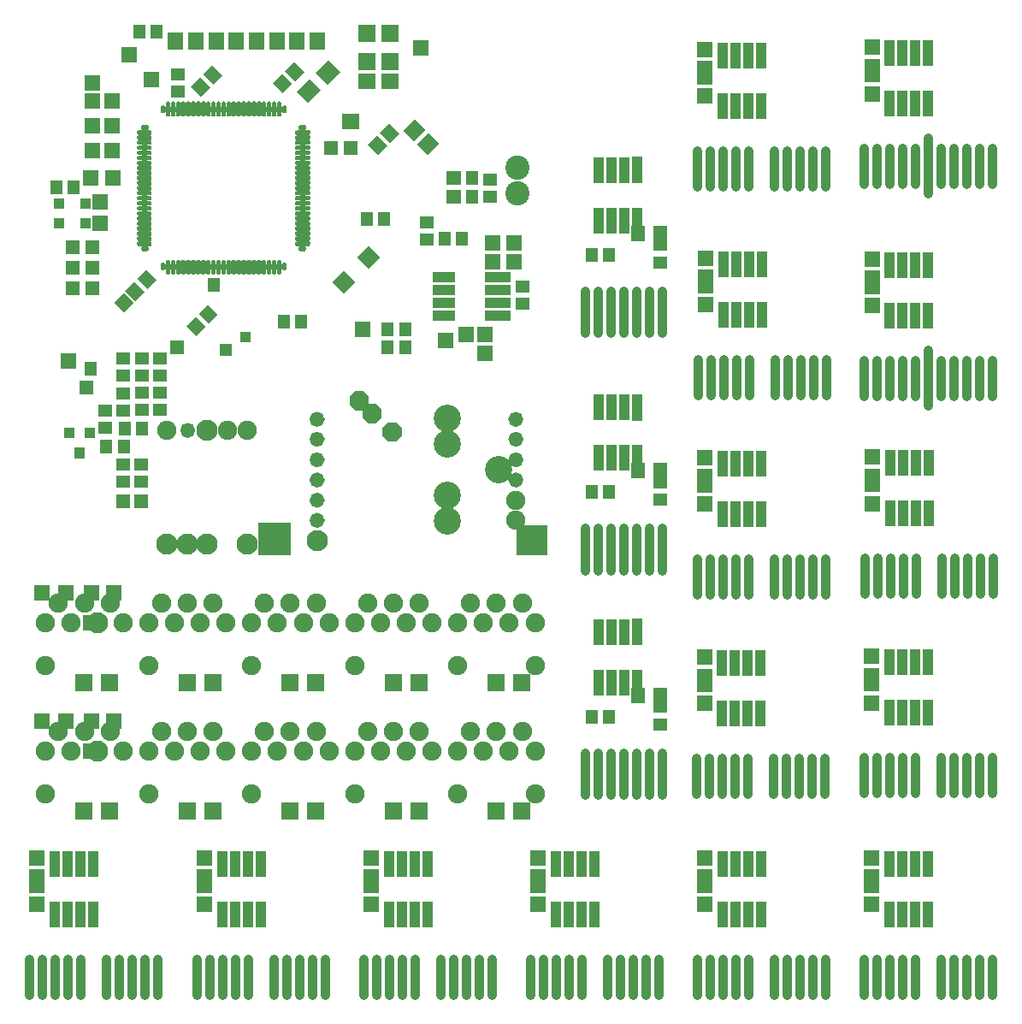
<source format=gts>
%FSLAX34Y34*%
%MOMM*%
%LNSOLDERMASK_TOP*%
G71*
G01*
%ADD10C, 1.900*%
%ADD11C, 2.100*%
%ADD12R, 1.800X1.800*%
%ADD13R, 1.600X1.600*%
%ADD14R, 1.600X1.500*%
%ADD15R, 1.100X1.100*%
%ADD16R, 0.500X0.500*%
%ADD17C, 0.200*%
%ADD18C, 0.500*%
%ADD19R, 1.300X1.400*%
%ADD20R, 1.400X1.400*%
%ADD21R, 2.600X1.000*%
%ADD22R, 1.400X1.300*%
%ADD23R, 1.500X1.800*%
%ADD24R, 1.800X1.600*%
%ADD25C, 2.400*%
%ADD26R, 1.200X1.400*%
%ADD27C, 2.700*%
%ADD28R, 1.000X1.100*%
%ADD29R, 1.500X1.600*%
%ADD30R, 2.200X1.000*%
%ADD31R, 1.300X1.300*%
%ADD32R, 1.100X1.000*%
%ADD33R, 1.100X1.600*%
%ADD34R, 1.000X2.600*%
%ADD35C, 0.950*%
%ADD36R, 1.400X1.600*%
%LPD*%
X39552Y-654101D02*
G54D10*
D03*
X141552Y-654101D02*
G54D10*
D03*
X243552Y-654101D02*
G54D10*
D03*
X345552Y-654101D02*
G54D10*
D03*
X447552Y-654102D02*
G54D10*
D03*
X524052Y-654101D02*
G54D10*
D03*
X39552Y-611825D02*
G54D10*
D03*
X65052Y-611826D02*
G54D10*
D03*
X90553Y-611825D02*
G54D11*
D03*
X116052Y-611826D02*
G54D10*
D03*
X141552Y-611826D02*
G54D10*
D03*
X167052Y-611826D02*
G54D10*
D03*
X192552Y-611826D02*
G54D10*
D03*
X218052Y-611826D02*
G54D10*
D03*
X243552Y-611826D02*
G54D10*
D03*
X269052Y-611826D02*
G54D10*
D03*
X294552Y-611826D02*
G54D10*
D03*
X320052Y-611826D02*
G54D10*
D03*
X345552Y-611826D02*
G54D10*
D03*
X371052Y-611826D02*
G54D10*
D03*
X396552Y-611826D02*
G54D10*
D03*
X422052Y-611826D02*
G54D10*
D03*
X447552Y-611826D02*
G54D10*
D03*
X473052Y-611826D02*
G54D10*
D03*
X498552Y-611826D02*
G54D10*
D03*
X524052Y-611826D02*
G54D10*
D03*
X52302Y-591825D02*
G54D10*
D03*
X77802Y-591825D02*
G54D10*
D03*
X103302Y-591826D02*
G54D10*
D03*
X154302Y-591826D02*
G54D10*
D03*
X179802Y-591826D02*
G54D10*
D03*
X205302Y-591826D02*
G54D10*
D03*
X256302Y-591826D02*
G54D10*
D03*
X281802Y-591826D02*
G54D10*
D03*
X307302Y-591826D02*
G54D10*
D03*
X358302Y-591826D02*
G54D10*
D03*
X383802Y-591826D02*
G54D10*
D03*
X409302Y-591826D02*
G54D10*
D03*
X460302Y-591826D02*
G54D10*
D03*
X485802Y-591826D02*
G54D10*
D03*
X511302Y-591826D02*
G54D10*
D03*
X77724Y-670851D02*
G54D12*
D03*
X103124Y-670851D02*
G54D12*
D03*
X179724Y-670851D02*
G54D12*
D03*
X205124Y-670851D02*
G54D12*
D03*
X281724Y-670851D02*
G54D12*
D03*
X307124Y-670851D02*
G54D12*
D03*
X383724Y-670851D02*
G54D12*
D03*
X409124Y-670851D02*
G54D12*
D03*
X485724Y-670851D02*
G54D12*
D03*
X511124Y-670851D02*
G54D12*
D03*
X107260Y-581877D02*
G54D13*
D03*
X85035Y-581877D02*
G54D13*
D03*
X59635Y-581877D02*
G54D13*
D03*
X36220Y-581877D02*
G54D13*
D03*
X93049Y-216196D02*
G54D14*
D03*
X93049Y-195196D02*
G54D14*
D03*
X52944Y-196793D02*
G54D15*
D03*
X52944Y-215843D02*
G54D15*
D03*
X79059Y-215843D02*
G54D15*
D03*
X79106Y-196734D02*
G54D15*
D03*
G36*
X273223Y-100752D02*
X278223Y-100752D01*
X278224Y-105752D01*
X273224Y-105752D01*
X273223Y-100752D01*
G37*
G36*
X268223Y-100752D02*
X273223Y-100752D01*
X273224Y-105752D01*
X268224Y-105752D01*
X268223Y-100752D01*
G37*
X265724Y-103252D02*
G54D16*
D03*
X260724Y-103252D02*
G54D16*
D03*
X255724Y-103252D02*
G54D16*
D03*
X250724Y-103252D02*
G54D16*
D03*
G36*
X243223Y-100752D02*
X248223Y-100751D01*
X248224Y-105751D01*
X243224Y-105752D01*
X243223Y-100752D01*
G37*
X240724Y-103252D02*
G54D16*
D03*
X235724Y-103252D02*
G54D16*
D03*
X230724Y-103252D02*
G54D16*
D03*
X225723Y-103252D02*
G54D16*
D03*
G36*
X218223Y-100752D02*
X223223Y-100752D01*
X223224Y-105752D01*
X218224Y-105752D01*
X218223Y-100752D01*
G37*
X215724Y-103252D02*
G54D16*
D03*
X210724Y-103252D02*
G54D16*
D03*
X205724Y-103252D02*
G54D16*
D03*
X200724Y-103252D02*
G54D16*
D03*
X195724Y-103252D02*
G54D16*
D03*
G36*
X188223Y-100752D02*
X193223Y-100752D01*
X193224Y-105752D01*
X188224Y-105752D01*
X188223Y-100752D01*
G37*
G36*
X183223Y-100752D02*
X188223Y-100751D01*
X188224Y-105751D01*
X183224Y-105752D01*
X183223Y-100752D01*
G37*
X180724Y-103252D02*
G54D16*
D03*
X175724Y-103252D02*
G54D16*
D03*
X170724Y-103252D02*
G54D16*
D03*
G36*
X163223Y-100752D02*
X168223Y-100752D01*
X168224Y-105752D01*
X163224Y-105752D01*
X163223Y-100752D01*
G37*
X160724Y-103252D02*
G54D16*
D03*
G36*
X153223Y-100752D02*
X158223Y-100752D01*
X158224Y-105752D01*
X153224Y-105752D01*
X153223Y-100752D01*
G37*
G36*
X276219Y-100221D02*
X277218Y-101221D01*
X277219Y-105721D01*
X276719Y-106221D01*
X274718Y-106221D01*
X274218Y-105721D01*
X274219Y-101221D01*
X275218Y-100221D01*
X276219Y-100221D01*
G37*
G54D17*
X276219Y-100221D02*
X277218Y-101221D01*
X277219Y-105721D01*
X276719Y-106221D01*
X274718Y-106221D01*
X274218Y-105721D01*
X274219Y-101221D01*
X275218Y-100221D01*
X276219Y-100221D01*
G36*
X156218Y-100221D02*
X157218Y-101221D01*
X157219Y-105721D01*
X156718Y-106221D01*
X154719Y-106221D01*
X154219Y-105721D01*
X154219Y-101221D01*
X155219Y-100221D01*
X156218Y-100221D01*
G37*
G54D17*
X156218Y-100221D02*
X157218Y-101221D01*
X157219Y-105721D01*
X156718Y-106221D01*
X154719Y-106221D01*
X154219Y-105721D01*
X154219Y-101221D01*
X155219Y-100221D01*
X156218Y-100221D01*
G36*
X266219Y-96221D02*
X267218Y-97221D01*
X267218Y-108721D01*
X266719Y-109221D01*
X264719Y-109221D01*
X264219Y-108721D01*
X264218Y-97221D01*
X265218Y-96221D01*
X266219Y-96221D01*
G37*
G54D17*
X266219Y-96221D02*
X267218Y-97221D01*
X267218Y-108721D01*
X266719Y-109221D01*
X264719Y-109221D01*
X264219Y-108721D01*
X264218Y-97221D01*
X265218Y-96221D01*
X266219Y-96221D01*
G36*
X261219Y-96221D02*
X262219Y-97221D01*
X262219Y-108721D01*
X261719Y-109221D01*
X259719Y-109221D01*
X259219Y-108721D01*
X259219Y-97221D01*
X260218Y-96221D01*
X261219Y-96221D01*
G37*
G54D17*
X261219Y-96221D02*
X262219Y-97221D01*
X262219Y-108721D01*
X261719Y-109221D01*
X259719Y-109221D01*
X259219Y-108721D01*
X259219Y-97221D01*
X260218Y-96221D01*
X261219Y-96221D01*
G36*
X256219Y-96221D02*
X257218Y-97221D01*
X257219Y-108721D01*
X256718Y-109221D01*
X254718Y-109221D01*
X254218Y-108721D01*
X254219Y-97221D01*
X255218Y-96221D01*
X256219Y-96221D01*
G37*
G54D17*
X256219Y-96221D02*
X257218Y-97221D01*
X257219Y-108721D01*
X256718Y-109221D01*
X254718Y-109221D01*
X254218Y-108721D01*
X254219Y-97221D01*
X255218Y-96221D01*
X256219Y-96221D01*
G36*
X251219Y-96221D02*
X252219Y-97221D01*
X252219Y-108721D01*
X251719Y-109221D01*
X249719Y-109221D01*
X249219Y-108721D01*
X249219Y-97221D01*
X250218Y-96221D01*
X251219Y-96221D01*
G37*
G54D17*
X251219Y-96221D02*
X252219Y-97221D01*
X252219Y-108721D01*
X251719Y-109221D01*
X249719Y-109221D01*
X249219Y-108721D01*
X249219Y-97221D01*
X250218Y-96221D01*
X251219Y-96221D01*
G36*
X246219Y-96221D02*
X247218Y-97221D01*
X247218Y-108721D01*
X246719Y-109221D01*
X244718Y-109221D01*
X244219Y-108721D01*
X244219Y-97221D01*
X245219Y-96221D01*
X246219Y-96221D01*
G37*
G54D17*
X246219Y-96221D02*
X247218Y-97221D01*
X247218Y-108721D01*
X246719Y-109221D01*
X244718Y-109221D01*
X244219Y-108721D01*
X244219Y-97221D01*
X245219Y-96221D01*
X246219Y-96221D01*
G36*
X241218Y-96221D02*
X242219Y-97221D01*
X242218Y-108721D01*
X241719Y-109221D01*
X239718Y-109221D01*
X239218Y-108721D01*
X239219Y-97221D01*
X240219Y-96221D01*
X241218Y-96221D01*
G37*
G54D17*
X241218Y-96221D02*
X242219Y-97221D01*
X242218Y-108721D01*
X241719Y-109221D01*
X239718Y-109221D01*
X239218Y-108721D01*
X239219Y-97221D01*
X240219Y-96221D01*
X241218Y-96221D01*
G36*
X236218Y-96221D02*
X237219Y-97221D01*
X237218Y-108721D01*
X236718Y-109221D01*
X234719Y-109221D01*
X234219Y-108721D01*
X234219Y-97221D01*
X235219Y-96221D01*
X236218Y-96221D01*
G37*
G54D17*
X236218Y-96221D02*
X237219Y-97221D01*
X237218Y-108721D01*
X236718Y-109221D01*
X234719Y-109221D01*
X234219Y-108721D01*
X234219Y-97221D01*
X235219Y-96221D01*
X236218Y-96221D01*
G36*
X231218Y-96221D02*
X232218Y-97221D01*
X232219Y-108721D01*
X231718Y-109221D01*
X229719Y-109221D01*
X229218Y-108721D01*
X229218Y-97221D01*
X230218Y-96221D01*
X231218Y-96221D01*
G37*
G54D17*
X231218Y-96221D02*
X232218Y-97221D01*
X232219Y-108721D01*
X231718Y-109221D01*
X229719Y-109221D01*
X229218Y-108721D01*
X229218Y-97221D01*
X230218Y-96221D01*
X231218Y-96221D01*
G36*
X226218Y-96221D02*
X227219Y-97221D01*
X227219Y-108721D01*
X226719Y-109221D01*
X224718Y-109221D01*
X224218Y-108721D01*
X224218Y-97221D01*
X225219Y-96221D01*
X226218Y-96221D01*
G37*
G54D17*
X226218Y-96221D02*
X227219Y-97221D01*
X227219Y-108721D01*
X226719Y-109221D01*
X224718Y-109221D01*
X224218Y-108721D01*
X224218Y-97221D01*
X225219Y-96221D01*
X226218Y-96221D01*
G36*
X221219Y-96221D02*
X222219Y-97221D01*
X222219Y-108721D01*
X221719Y-109221D01*
X219719Y-109221D01*
X219218Y-108721D01*
X219219Y-97221D01*
X220219Y-96221D01*
X221219Y-96221D01*
G37*
G54D17*
X221219Y-96221D02*
X222219Y-97221D01*
X222219Y-108721D01*
X221719Y-109221D01*
X219719Y-109221D01*
X219218Y-108721D01*
X219219Y-97221D01*
X220219Y-96221D01*
X221219Y-96221D01*
G36*
X216219Y-96221D02*
X217219Y-97221D01*
X217219Y-108721D01*
X216718Y-109221D01*
X214718Y-109221D01*
X214219Y-108721D01*
X214219Y-97221D01*
X215219Y-96221D01*
X216219Y-96221D01*
G37*
G54D17*
X216219Y-96221D02*
X217219Y-97221D01*
X217219Y-108721D01*
X216718Y-109221D01*
X214718Y-109221D01*
X214219Y-108721D01*
X214219Y-97221D01*
X215219Y-96221D01*
X216219Y-96221D01*
G36*
X211218Y-96221D02*
X212218Y-97221D01*
X212218Y-108721D01*
X211719Y-109221D01*
X209718Y-109221D01*
X209218Y-108721D01*
X209218Y-97221D01*
X210218Y-96221D01*
X211218Y-96221D01*
G37*
G54D17*
X211218Y-96221D02*
X212218Y-97221D01*
X212218Y-108721D01*
X211719Y-109221D01*
X209718Y-109221D01*
X209218Y-108721D01*
X209218Y-97221D01*
X210218Y-96221D01*
X211218Y-96221D01*
G36*
X206219Y-96221D02*
X207219Y-97221D01*
X207219Y-108721D01*
X206718Y-109221D01*
X204719Y-109221D01*
X204219Y-108721D01*
X204219Y-97221D01*
X205219Y-96221D01*
X206219Y-96221D01*
G37*
G54D17*
X206219Y-96221D02*
X207219Y-97221D01*
X207219Y-108721D01*
X206718Y-109221D01*
X204719Y-109221D01*
X204219Y-108721D01*
X204219Y-97221D01*
X205219Y-96221D01*
X206219Y-96221D01*
G36*
X201219Y-96221D02*
X202219Y-97221D01*
X202218Y-108721D01*
X201719Y-109221D01*
X199719Y-109221D01*
X199218Y-108721D01*
X199219Y-97221D01*
X200218Y-96221D01*
X201219Y-96221D01*
G37*
G54D17*
X201219Y-96221D02*
X202219Y-97221D01*
X202218Y-108721D01*
X201719Y-109221D01*
X199719Y-109221D01*
X199218Y-108721D01*
X199219Y-97221D01*
X200218Y-96221D01*
X201219Y-96221D01*
G36*
X196219Y-96221D02*
X197219Y-97221D01*
X197219Y-108721D01*
X196718Y-109221D01*
X194719Y-109221D01*
X194219Y-108721D01*
X194219Y-97221D01*
X195219Y-96221D01*
X196219Y-96221D01*
G37*
G54D17*
X196219Y-96221D02*
X197219Y-97221D01*
X197219Y-108721D01*
X196718Y-109221D01*
X194719Y-109221D01*
X194219Y-108721D01*
X194219Y-97221D01*
X195219Y-96221D01*
X196219Y-96221D01*
G36*
X191219Y-96221D02*
X192219Y-97221D01*
X192218Y-108721D01*
X191719Y-109221D01*
X189718Y-109221D01*
X189218Y-108721D01*
X189219Y-97221D01*
X190219Y-96221D01*
X191219Y-96221D01*
G37*
G54D17*
X191219Y-96221D02*
X192219Y-97221D01*
X192218Y-108721D01*
X191719Y-109221D01*
X189718Y-109221D01*
X189218Y-108721D01*
X189219Y-97221D01*
X190219Y-96221D01*
X191219Y-96221D01*
G36*
X186218Y-96221D02*
X187219Y-97221D01*
X187219Y-108721D01*
X186719Y-109221D01*
X184719Y-109221D01*
X184219Y-108721D01*
X184219Y-97221D01*
X185219Y-96221D01*
X186218Y-96221D01*
G37*
G54D17*
X186218Y-96221D02*
X187219Y-97221D01*
X187219Y-108721D01*
X186719Y-109221D01*
X184719Y-109221D01*
X184219Y-108721D01*
X184219Y-97221D01*
X185219Y-96221D01*
X186218Y-96221D01*
G36*
X181219Y-96221D02*
X182218Y-97221D01*
X182218Y-108721D01*
X181719Y-109221D01*
X179718Y-109221D01*
X179219Y-108721D01*
X179219Y-97221D01*
X180218Y-96221D01*
X181219Y-96221D01*
G37*
G54D17*
X181219Y-96221D02*
X182218Y-97221D01*
X182218Y-108721D01*
X181719Y-109221D01*
X179718Y-109221D01*
X179219Y-108721D01*
X179219Y-97221D01*
X180218Y-96221D01*
X181219Y-96221D01*
G36*
X176219Y-96221D02*
X177218Y-97221D01*
X177218Y-108721D01*
X176719Y-109221D01*
X174719Y-109221D01*
X174219Y-108721D01*
X174219Y-97221D01*
X175219Y-96221D01*
X176219Y-96221D01*
G37*
G54D17*
X176219Y-96221D02*
X177218Y-97221D01*
X177218Y-108721D01*
X176719Y-109221D01*
X174719Y-109221D01*
X174219Y-108721D01*
X174219Y-97221D01*
X175219Y-96221D01*
X176219Y-96221D01*
G36*
X171219Y-96221D02*
X172219Y-97221D01*
X172219Y-108721D01*
X171719Y-109221D01*
X169718Y-109221D01*
X169219Y-108721D01*
X169219Y-97221D01*
X170218Y-96221D01*
X171219Y-96221D01*
G37*
G54D17*
X171219Y-96221D02*
X172219Y-97221D01*
X172219Y-108721D01*
X171719Y-109221D01*
X169718Y-109221D01*
X169219Y-108721D01*
X169219Y-97221D01*
X170218Y-96221D01*
X171219Y-96221D01*
G36*
X166219Y-96221D02*
X167218Y-97221D01*
X167219Y-108721D01*
X166719Y-109221D01*
X164718Y-109221D01*
X164218Y-108721D01*
X164218Y-97221D01*
X165219Y-96221D01*
X166219Y-96221D01*
G37*
G54D17*
X166219Y-96221D02*
X167218Y-97221D01*
X167219Y-108721D01*
X166719Y-109221D01*
X164718Y-109221D01*
X164218Y-108721D01*
X164218Y-97221D01*
X165219Y-96221D01*
X166219Y-96221D01*
G36*
X161218Y-96221D02*
X162219Y-97221D01*
X162219Y-108721D01*
X161718Y-109221D01*
X159719Y-109221D01*
X159219Y-108721D01*
X159219Y-97221D01*
X160219Y-96221D01*
X161218Y-96221D01*
G37*
G54D17*
X161218Y-96221D02*
X162219Y-97221D01*
X162219Y-108721D01*
X161718Y-109221D01*
X159719Y-109221D01*
X159219Y-108721D01*
X159219Y-97221D01*
X160219Y-96221D01*
X161218Y-96221D01*
G36*
X271219Y-96221D02*
X272218Y-97221D01*
X272218Y-108721D01*
X271719Y-109221D01*
X269719Y-109221D01*
X269219Y-108721D01*
X269219Y-97221D01*
X270219Y-96221D01*
X271219Y-96221D01*
G37*
G54D17*
X271219Y-96221D02*
X272218Y-97221D01*
X272218Y-108721D01*
X271719Y-109221D01*
X269719Y-109221D01*
X269219Y-108721D01*
X269219Y-97221D01*
X270219Y-96221D01*
X271219Y-96221D01*
X293687Y-241216D02*
G54D16*
D03*
X293687Y-236216D02*
G54D16*
D03*
X293687Y-231216D02*
G54D16*
D03*
X293687Y-226216D02*
G54D16*
D03*
X293687Y-221216D02*
G54D16*
D03*
X293687Y-216216D02*
G54D16*
D03*
X293687Y-211216D02*
G54D16*
D03*
X293687Y-206216D02*
G54D16*
D03*
X293687Y-201216D02*
G54D16*
D03*
X293687Y-196216D02*
G54D16*
D03*
X293687Y-191216D02*
G54D16*
D03*
X293688Y-186216D02*
G54D16*
D03*
X293688Y-181216D02*
G54D16*
D03*
X293687Y-176216D02*
G54D16*
D03*
X293687Y-171216D02*
G54D16*
D03*
X293687Y-166216D02*
G54D16*
D03*
X293688Y-161216D02*
G54D16*
D03*
X293687Y-156216D02*
G54D16*
D03*
X293687Y-151216D02*
G54D16*
D03*
X293687Y-146216D02*
G54D16*
D03*
X293687Y-141216D02*
G54D16*
D03*
X293687Y-136216D02*
G54D16*
D03*
X293687Y-131216D02*
G54D16*
D03*
X293687Y-126216D02*
G54D16*
D03*
X293687Y-121216D02*
G54D16*
D03*
G36*
X296718Y-241721D02*
X295719Y-242721D01*
X291219Y-242721D01*
X290718Y-242221D01*
X290718Y-240221D01*
X291218Y-239721D01*
X295719Y-239721D01*
X296718Y-240721D01*
X296718Y-241721D01*
G37*
G54D17*
X296718Y-241721D02*
X295719Y-242721D01*
X291219Y-242721D01*
X290718Y-242221D01*
X290718Y-240221D01*
X291218Y-239721D01*
X295719Y-239721D01*
X296718Y-240721D01*
X296718Y-241721D01*
G36*
X296719Y-121721D02*
X295718Y-122721D01*
X291218Y-122721D01*
X290719Y-122221D01*
X290719Y-120221D01*
X291218Y-119721D01*
X295718Y-119721D01*
X296718Y-120721D01*
X296719Y-121721D01*
G37*
G54D17*
X296719Y-121721D02*
X295718Y-122721D01*
X291218Y-122721D01*
X290719Y-122221D01*
X290719Y-120221D01*
X291218Y-119721D01*
X295718Y-119721D01*
X296718Y-120721D01*
X296719Y-121721D01*
G36*
X300719Y-231721D02*
X299719Y-232721D01*
X288218Y-232721D01*
X287719Y-232221D01*
X287718Y-230221D01*
X288218Y-229721D01*
X299718Y-229721D01*
X300719Y-230721D01*
X300719Y-231721D01*
G37*
G54D17*
X300719Y-231721D02*
X299719Y-232721D01*
X288218Y-232721D01*
X287719Y-232221D01*
X287718Y-230221D01*
X288218Y-229721D01*
X299718Y-229721D01*
X300719Y-230721D01*
X300719Y-231721D01*
G36*
X300719Y-226721D02*
X299718Y-227721D01*
X288218Y-227721D01*
X287718Y-227221D01*
X287719Y-225221D01*
X288218Y-224721D01*
X299719Y-224721D01*
X300718Y-225721D01*
X300719Y-226721D01*
G37*
G54D17*
X300719Y-226721D02*
X299718Y-227721D01*
X288218Y-227721D01*
X287718Y-227221D01*
X287719Y-225221D01*
X288218Y-224721D01*
X299719Y-224721D01*
X300718Y-225721D01*
X300719Y-226721D01*
G36*
X300719Y-221721D02*
X299719Y-222721D01*
X288218Y-222721D01*
X287719Y-222221D01*
X287719Y-220221D01*
X288219Y-219721D01*
X299718Y-219721D01*
X300719Y-220721D01*
X300719Y-221721D01*
G37*
G54D17*
X300719Y-221721D02*
X299719Y-222721D01*
X288218Y-222721D01*
X287719Y-222221D01*
X287719Y-220221D01*
X288219Y-219721D01*
X299718Y-219721D01*
X300719Y-220721D01*
X300719Y-221721D01*
G36*
X300719Y-216721D02*
X299718Y-217721D01*
X288218Y-217721D01*
X287719Y-217221D01*
X287718Y-215221D01*
X288219Y-214721D01*
X299718Y-214721D01*
X300719Y-215721D01*
X300719Y-216721D01*
G37*
G54D17*
X300719Y-216721D02*
X299718Y-217721D01*
X288218Y-217721D01*
X287719Y-217221D01*
X287718Y-215221D01*
X288219Y-214721D01*
X299718Y-214721D01*
X300719Y-215721D01*
X300719Y-216721D01*
G36*
X300719Y-211721D02*
X299718Y-212721D01*
X288219Y-212721D01*
X287718Y-212221D01*
X287719Y-210221D01*
X288219Y-209721D01*
X299718Y-209721D01*
X300719Y-210721D01*
X300719Y-211721D01*
G37*
G54D17*
X300719Y-211721D02*
X299718Y-212721D01*
X288219Y-212721D01*
X287718Y-212221D01*
X287719Y-210221D01*
X288219Y-209721D01*
X299718Y-209721D01*
X300719Y-210721D01*
X300719Y-211721D01*
G36*
X300719Y-206721D02*
X299719Y-207721D01*
X288219Y-207721D01*
X287719Y-207221D01*
X287718Y-205221D01*
X288218Y-204721D01*
X299719Y-204721D01*
X300719Y-205721D01*
X300719Y-206721D01*
G37*
G54D17*
X300719Y-206721D02*
X299719Y-207721D01*
X288219Y-207721D01*
X287719Y-207221D01*
X287718Y-205221D01*
X288218Y-204721D01*
X299719Y-204721D01*
X300719Y-205721D01*
X300719Y-206721D01*
G36*
X300718Y-201721D02*
X299718Y-202721D01*
X288219Y-202721D01*
X287718Y-202221D01*
X287718Y-200221D01*
X288219Y-199721D01*
X299719Y-199721D01*
X300718Y-200721D01*
X300718Y-201721D01*
G37*
G54D17*
X300718Y-201721D02*
X299718Y-202721D01*
X288219Y-202721D01*
X287718Y-202221D01*
X287718Y-200221D01*
X288219Y-199721D01*
X299719Y-199721D01*
X300718Y-200721D01*
X300718Y-201721D01*
G36*
X300719Y-196721D02*
X299719Y-197721D01*
X288218Y-197721D01*
X287718Y-197221D01*
X287719Y-195221D01*
X288219Y-194721D01*
X299719Y-194721D01*
X300719Y-195721D01*
X300719Y-196721D01*
G37*
G54D17*
X300719Y-196721D02*
X299719Y-197721D01*
X288218Y-197721D01*
X287718Y-197221D01*
X287719Y-195221D01*
X288219Y-194721D01*
X299719Y-194721D01*
X300719Y-195721D01*
X300719Y-196721D01*
G36*
X300719Y-191721D02*
X299718Y-192721D01*
X288218Y-192721D01*
X287718Y-192221D01*
X287718Y-190221D01*
X288218Y-189721D01*
X299718Y-189721D01*
X300719Y-190721D01*
X300719Y-191721D01*
G37*
G54D17*
X300719Y-191721D02*
X299718Y-192721D01*
X288218Y-192721D01*
X287718Y-192221D01*
X287718Y-190221D01*
X288218Y-189721D01*
X299718Y-189721D01*
X300719Y-190721D01*
X300719Y-191721D01*
G36*
X300718Y-186721D02*
X299719Y-187721D01*
X288218Y-187721D01*
X287718Y-187221D01*
X287718Y-185221D01*
X288218Y-184721D01*
X299719Y-184721D01*
X300719Y-185721D01*
X300718Y-186721D01*
G37*
G54D17*
X300718Y-186721D02*
X299719Y-187721D01*
X288218Y-187721D01*
X287718Y-187221D01*
X287718Y-185221D01*
X288218Y-184721D01*
X299719Y-184721D01*
X300719Y-185721D01*
X300718Y-186721D01*
G36*
X300719Y-181721D02*
X299719Y-182721D01*
X288219Y-182721D01*
X287718Y-182221D01*
X287718Y-180221D01*
X288218Y-179721D01*
X299718Y-179721D01*
X300719Y-180721D01*
X300719Y-181721D01*
G37*
G54D17*
X300719Y-181721D02*
X299719Y-182721D01*
X288219Y-182721D01*
X287718Y-182221D01*
X287718Y-180221D01*
X288218Y-179721D01*
X299718Y-179721D01*
X300719Y-180721D01*
X300719Y-181721D01*
G36*
X300718Y-176721D02*
X299718Y-177721D01*
X288218Y-177721D01*
X287718Y-177221D01*
X287719Y-175221D01*
X288219Y-174721D01*
X299719Y-174721D01*
X300719Y-175721D01*
X300718Y-176721D01*
G37*
G54D17*
X300718Y-176721D02*
X299718Y-177721D01*
X288218Y-177721D01*
X287718Y-177221D01*
X287719Y-175221D01*
X288219Y-174721D01*
X299719Y-174721D01*
X300719Y-175721D01*
X300718Y-176721D01*
G36*
X300719Y-171721D02*
X299718Y-172721D01*
X288218Y-172721D01*
X287719Y-172221D01*
X287718Y-170221D01*
X288218Y-169721D01*
X299719Y-169721D01*
X300719Y-170721D01*
X300719Y-171721D01*
G37*
G54D17*
X300719Y-171721D02*
X299718Y-172721D01*
X288218Y-172721D01*
X287719Y-172221D01*
X287718Y-170221D01*
X288218Y-169721D01*
X299719Y-169721D01*
X300719Y-170721D01*
X300719Y-171721D01*
G36*
X300719Y-166721D02*
X299718Y-167721D01*
X288218Y-167721D01*
X287718Y-167221D01*
X287719Y-165221D01*
X288219Y-164721D01*
X299718Y-164721D01*
X300719Y-165721D01*
X300719Y-166721D01*
G37*
G54D17*
X300719Y-166721D02*
X299718Y-167721D01*
X288218Y-167721D01*
X287718Y-167221D01*
X287719Y-165221D01*
X288219Y-164721D01*
X299718Y-164721D01*
X300719Y-165721D01*
X300719Y-166721D01*
G36*
X300719Y-161721D02*
X299718Y-162721D01*
X288219Y-162721D01*
X287719Y-162221D01*
X287718Y-160221D01*
X288219Y-159721D01*
X299719Y-159721D01*
X300719Y-160721D01*
X300719Y-161721D01*
G37*
G54D17*
X300719Y-161721D02*
X299718Y-162721D01*
X288219Y-162721D01*
X287719Y-162221D01*
X287718Y-160221D01*
X288219Y-159721D01*
X299719Y-159721D01*
X300719Y-160721D01*
X300719Y-161721D01*
G36*
X300718Y-156721D02*
X299718Y-157721D01*
X288219Y-157721D01*
X287718Y-157221D01*
X287718Y-155221D01*
X288219Y-154721D01*
X299718Y-154721D01*
X300719Y-155721D01*
X300718Y-156721D01*
G37*
G54D17*
X300718Y-156721D02*
X299718Y-157721D01*
X288219Y-157721D01*
X287718Y-157221D01*
X287718Y-155221D01*
X288219Y-154721D01*
X299718Y-154721D01*
X300719Y-155721D01*
X300718Y-156721D01*
G36*
X300719Y-151721D02*
X299718Y-152721D01*
X288218Y-152721D01*
X287718Y-152221D01*
X287718Y-150221D01*
X288218Y-149721D01*
X299719Y-149721D01*
X300719Y-150721D01*
X300719Y-151721D01*
G37*
G54D17*
X300719Y-151721D02*
X299718Y-152721D01*
X288218Y-152721D01*
X287718Y-152221D01*
X287718Y-150221D01*
X288218Y-149721D01*
X299719Y-149721D01*
X300719Y-150721D01*
X300719Y-151721D01*
G36*
X300719Y-146721D02*
X299718Y-147721D01*
X288219Y-147721D01*
X287718Y-147221D01*
X287718Y-145221D01*
X288218Y-144721D01*
X299718Y-144721D01*
X300718Y-145721D01*
X300719Y-146721D01*
G37*
G54D17*
X300719Y-146721D02*
X299718Y-147721D01*
X288219Y-147721D01*
X287718Y-147221D01*
X287718Y-145221D01*
X288218Y-144721D01*
X299718Y-144721D01*
X300718Y-145721D01*
X300719Y-146721D01*
G36*
X300719Y-141721D02*
X299718Y-142721D01*
X288219Y-142721D01*
X287718Y-142221D01*
X287718Y-140221D01*
X288219Y-139721D01*
X299718Y-139721D01*
X300718Y-140721D01*
X300719Y-141721D01*
G37*
G54D17*
X300719Y-141721D02*
X299718Y-142721D01*
X288219Y-142721D01*
X287718Y-142221D01*
X287718Y-140221D01*
X288219Y-139721D01*
X299718Y-139721D01*
X300718Y-140721D01*
X300719Y-141721D01*
G36*
X300719Y-136721D02*
X299718Y-137721D01*
X288218Y-137721D01*
X287718Y-137221D01*
X287719Y-135221D01*
X288218Y-134721D01*
X299718Y-134721D01*
X300719Y-135721D01*
X300719Y-136721D01*
G37*
G54D17*
X300719Y-136721D02*
X299718Y-137721D01*
X288218Y-137721D01*
X287718Y-137221D01*
X287719Y-135221D01*
X288218Y-134721D01*
X299718Y-134721D01*
X300719Y-135721D01*
X300719Y-136721D01*
G36*
X300719Y-131721D02*
X299719Y-132721D01*
X288219Y-132721D01*
X287718Y-132221D01*
X287718Y-130221D01*
X288218Y-129721D01*
X299718Y-129721D01*
X300719Y-130721D01*
X300719Y-131721D01*
G37*
G54D17*
X300719Y-131721D02*
X299719Y-132721D01*
X288219Y-132721D01*
X287718Y-132221D01*
X287718Y-130221D01*
X288218Y-129721D01*
X299718Y-129721D01*
X300719Y-130721D01*
X300719Y-131721D01*
G36*
X300719Y-126721D02*
X299718Y-127721D01*
X288218Y-127721D01*
X287718Y-127221D01*
X287718Y-125221D01*
X288219Y-124721D01*
X299718Y-124721D01*
X300718Y-125721D01*
X300719Y-126721D01*
G37*
G54D17*
X300719Y-126721D02*
X299718Y-127721D01*
X288218Y-127721D01*
X287718Y-127221D01*
X287718Y-125221D01*
X288219Y-124721D01*
X299718Y-124721D01*
X300718Y-125721D01*
X300719Y-126721D01*
G36*
X300719Y-236721D02*
X299718Y-237721D01*
X288219Y-237721D01*
X287718Y-237221D01*
X287718Y-235221D01*
X288218Y-234721D01*
X299718Y-234721D01*
X300719Y-235721D01*
X300719Y-236721D01*
G37*
G54D17*
X300719Y-236721D02*
X299718Y-237721D01*
X288219Y-237721D01*
X287718Y-237221D01*
X287718Y-235221D01*
X288218Y-234721D01*
X299718Y-234721D01*
X300719Y-235721D01*
X300719Y-236721D01*
X155724Y-259189D02*
G54D16*
D03*
X160723Y-259190D02*
G54D16*
D03*
X165724Y-259190D02*
G54D16*
D03*
X170724Y-259189D02*
G54D16*
D03*
X175724Y-259190D02*
G54D16*
D03*
X180724Y-259190D02*
G54D16*
D03*
X185724Y-259190D02*
G54D16*
D03*
X190724Y-259189D02*
G54D16*
D03*
X195724Y-259189D02*
G54D16*
D03*
X200723Y-259190D02*
G54D16*
D03*
X205724Y-259190D02*
G54D16*
D03*
X210724Y-259190D02*
G54D16*
D03*
X215723Y-259190D02*
G54D16*
D03*
X220724Y-259190D02*
G54D16*
D03*
X225724Y-259189D02*
G54D16*
D03*
X230724Y-259190D02*
G54D16*
D03*
X235724Y-259190D02*
G54D16*
D03*
X240724Y-259190D02*
G54D16*
D03*
X245724Y-259190D02*
G54D16*
D03*
X250723Y-259190D02*
G54D16*
D03*
X255723Y-259190D02*
G54D16*
D03*
X260724Y-259190D02*
G54D16*
D03*
X265723Y-259190D02*
G54D16*
D03*
X270723Y-259190D02*
G54D16*
D03*
X275724Y-259190D02*
G54D16*
D03*
G36*
X155219Y-262221D02*
X154218Y-261221D01*
X154219Y-256721D01*
X154719Y-256221D01*
X156718Y-256221D01*
X157218Y-256721D01*
X157219Y-261221D01*
X156218Y-262221D01*
X155219Y-262221D01*
G37*
G54D17*
X155219Y-262221D02*
X154218Y-261221D01*
X154219Y-256721D01*
X154719Y-256221D01*
X156718Y-256221D01*
X157218Y-256721D01*
X157219Y-261221D01*
X156218Y-262221D01*
X155219Y-262221D01*
G36*
X275219Y-262221D02*
X274219Y-261221D01*
X274218Y-256721D01*
X274719Y-256221D01*
X276719Y-256221D01*
X277219Y-256721D01*
X277219Y-261221D01*
X276219Y-262221D01*
X275219Y-262221D01*
G37*
G54D17*
X275219Y-262221D02*
X274219Y-261221D01*
X274218Y-256721D01*
X274719Y-256221D01*
X276719Y-256221D01*
X277219Y-256721D01*
X277219Y-261221D01*
X276219Y-262221D01*
X275219Y-262221D01*
G36*
X165219Y-266221D02*
X164219Y-265221D01*
X164218Y-253721D01*
X164718Y-253221D01*
X166718Y-253221D01*
X167219Y-253721D01*
X167219Y-265221D01*
X166219Y-266221D01*
X165219Y-266221D01*
G37*
G54D17*
X165219Y-266221D02*
X164219Y-265221D01*
X164218Y-253721D01*
X164718Y-253221D01*
X166718Y-253221D01*
X167219Y-253721D01*
X167219Y-265221D01*
X166219Y-266221D01*
X165219Y-266221D01*
G36*
X170219Y-266221D02*
X169219Y-265221D01*
X169219Y-253721D01*
X169719Y-253221D01*
X171719Y-253221D01*
X172218Y-253721D01*
X172219Y-265221D01*
X171219Y-266221D01*
X170219Y-266221D01*
G37*
G54D17*
X170219Y-266221D02*
X169219Y-265221D01*
X169219Y-253721D01*
X169719Y-253221D01*
X171719Y-253221D01*
X172218Y-253721D01*
X172219Y-265221D01*
X171219Y-266221D01*
X170219Y-266221D01*
G36*
X175218Y-266221D02*
X174219Y-265221D01*
X174219Y-253721D01*
X174719Y-253221D01*
X176719Y-253221D01*
X177219Y-253721D01*
X177219Y-265221D01*
X176218Y-266221D01*
X175218Y-266221D01*
G37*
G54D17*
X175218Y-266221D02*
X174219Y-265221D01*
X174219Y-253721D01*
X174719Y-253221D01*
X176719Y-253221D01*
X177219Y-253721D01*
X177219Y-265221D01*
X176218Y-266221D01*
X175218Y-266221D01*
G36*
X180219Y-266221D02*
X179219Y-265221D01*
X179218Y-253721D01*
X179718Y-253221D01*
X181719Y-253221D01*
X182219Y-253721D01*
X182219Y-265221D01*
X181219Y-266221D01*
X180219Y-266221D01*
G37*
G54D17*
X180219Y-266221D02*
X179219Y-265221D01*
X179218Y-253721D01*
X179718Y-253221D01*
X181719Y-253221D01*
X182219Y-253721D01*
X182219Y-265221D01*
X181219Y-266221D01*
X180219Y-266221D01*
G36*
X185219Y-266221D02*
X184218Y-265221D01*
X184219Y-253721D01*
X184719Y-253221D01*
X186718Y-253221D01*
X187219Y-253721D01*
X187218Y-265221D01*
X186219Y-266221D01*
X185219Y-266221D01*
G37*
G54D17*
X185219Y-266221D02*
X184218Y-265221D01*
X184219Y-253721D01*
X184719Y-253221D01*
X186718Y-253221D01*
X187219Y-253721D01*
X187218Y-265221D01*
X186219Y-266221D01*
X185219Y-266221D01*
G36*
X190219Y-266221D02*
X189218Y-265221D01*
X189218Y-253721D01*
X189718Y-253221D01*
X191719Y-253221D01*
X192219Y-253721D01*
X192219Y-265221D01*
X191219Y-266221D01*
X190219Y-266221D01*
G37*
G54D17*
X190219Y-266221D02*
X189218Y-265221D01*
X189218Y-253721D01*
X189718Y-253221D01*
X191719Y-253221D01*
X192219Y-253721D01*
X192219Y-265221D01*
X191219Y-266221D01*
X190219Y-266221D01*
G36*
X195218Y-266221D02*
X194218Y-265221D01*
X194218Y-253721D01*
X194719Y-253221D01*
X196718Y-253221D01*
X197219Y-253721D01*
X197218Y-265221D01*
X196219Y-266221D01*
X195218Y-266221D01*
G37*
G54D17*
X195218Y-266221D02*
X194218Y-265221D01*
X194218Y-253721D01*
X194719Y-253221D01*
X196718Y-253221D01*
X197219Y-253721D01*
X197218Y-265221D01*
X196219Y-266221D01*
X195218Y-266221D01*
G36*
X200218Y-266221D02*
X199218Y-265221D01*
X199219Y-253721D01*
X199719Y-253221D01*
X201719Y-253221D01*
X202219Y-253721D01*
X202219Y-265221D01*
X201219Y-266221D01*
X200218Y-266221D01*
G37*
G54D17*
X200218Y-266221D02*
X199218Y-265221D01*
X199219Y-253721D01*
X199719Y-253221D01*
X201719Y-253221D01*
X202219Y-253721D01*
X202219Y-265221D01*
X201219Y-266221D01*
X200218Y-266221D01*
G36*
X205219Y-266221D02*
X204218Y-265221D01*
X204219Y-253721D01*
X204719Y-253221D01*
X206719Y-253221D01*
X207219Y-253721D01*
X207219Y-265221D01*
X206219Y-266221D01*
X205219Y-266221D01*
G37*
G54D17*
X205219Y-266221D02*
X204218Y-265221D01*
X204219Y-253721D01*
X204719Y-253221D01*
X206719Y-253221D01*
X207219Y-253721D01*
X207219Y-265221D01*
X206219Y-266221D01*
X205219Y-266221D01*
G36*
X210219Y-266221D02*
X209219Y-265221D01*
X209219Y-253721D01*
X209718Y-253221D01*
X211719Y-253221D01*
X212218Y-253721D01*
X212218Y-265221D01*
X211219Y-266221D01*
X210219Y-266221D01*
G37*
G54D17*
X210219Y-266221D02*
X209219Y-265221D01*
X209219Y-253721D01*
X209718Y-253221D01*
X211719Y-253221D01*
X212218Y-253721D01*
X212218Y-265221D01*
X211219Y-266221D01*
X210219Y-266221D01*
G36*
X215219Y-266221D02*
X214219Y-265221D01*
X214218Y-253721D01*
X214718Y-253221D01*
X216719Y-253221D01*
X217218Y-253721D01*
X217219Y-265221D01*
X216219Y-266221D01*
X215219Y-266221D01*
G37*
G54D17*
X215219Y-266221D02*
X214219Y-265221D01*
X214218Y-253721D01*
X214718Y-253221D01*
X216719Y-253221D01*
X217218Y-253721D01*
X217219Y-265221D01*
X216219Y-266221D01*
X215219Y-266221D01*
G36*
X220218Y-266221D02*
X219218Y-265221D01*
X219219Y-253721D01*
X219718Y-253221D01*
X221719Y-253221D01*
X222219Y-253721D01*
X222219Y-265221D01*
X221219Y-266221D01*
X220218Y-266221D01*
G37*
G54D17*
X220218Y-266221D02*
X219218Y-265221D01*
X219219Y-253721D01*
X219718Y-253221D01*
X221719Y-253221D01*
X222219Y-253721D01*
X222219Y-265221D01*
X221219Y-266221D01*
X220218Y-266221D01*
G36*
X225219Y-266221D02*
X224219Y-265221D01*
X224218Y-253721D01*
X224719Y-253221D01*
X226718Y-253221D01*
X227218Y-253721D01*
X227219Y-265221D01*
X226219Y-266221D01*
X225219Y-266221D01*
G37*
G54D17*
X225219Y-266221D02*
X224219Y-265221D01*
X224218Y-253721D01*
X224719Y-253221D01*
X226718Y-253221D01*
X227218Y-253721D01*
X227219Y-265221D01*
X226219Y-266221D01*
X225219Y-266221D01*
G36*
X230219Y-266221D02*
X229218Y-265221D01*
X229219Y-253721D01*
X229719Y-253221D01*
X231719Y-253221D01*
X232219Y-253721D01*
X232219Y-265221D01*
X231218Y-266221D01*
X230219Y-266221D01*
G37*
G54D17*
X230219Y-266221D02*
X229218Y-265221D01*
X229219Y-253721D01*
X229719Y-253221D01*
X231719Y-253221D01*
X232219Y-253721D01*
X232219Y-265221D01*
X231218Y-266221D01*
X230219Y-266221D01*
G36*
X235219Y-266221D02*
X234219Y-265221D01*
X234218Y-253721D01*
X234718Y-253221D01*
X236718Y-253221D01*
X237218Y-253721D01*
X237219Y-265221D01*
X236219Y-266221D01*
X235219Y-266221D01*
G37*
G54D17*
X235219Y-266221D02*
X234219Y-265221D01*
X234218Y-253721D01*
X234718Y-253221D01*
X236718Y-253221D01*
X237218Y-253721D01*
X237219Y-265221D01*
X236219Y-266221D01*
X235219Y-266221D01*
G36*
X240219Y-266221D02*
X239219Y-265221D01*
X239219Y-253721D01*
X239719Y-253221D01*
X241719Y-253221D01*
X242219Y-253721D01*
X242218Y-265221D01*
X241219Y-266221D01*
X240219Y-266221D01*
G37*
G54D17*
X240219Y-266221D02*
X239219Y-265221D01*
X239219Y-253721D01*
X239719Y-253221D01*
X241719Y-253221D01*
X242219Y-253721D01*
X242218Y-265221D01*
X241219Y-266221D01*
X240219Y-266221D01*
G36*
X245219Y-266221D02*
X244219Y-265221D01*
X244218Y-253721D01*
X244718Y-253221D01*
X246719Y-253221D01*
X247219Y-253721D01*
X247219Y-265221D01*
X246219Y-266221D01*
X245219Y-266221D01*
G37*
G54D17*
X245219Y-266221D02*
X244219Y-265221D01*
X244218Y-253721D01*
X244718Y-253221D01*
X246719Y-253221D01*
X247219Y-253721D01*
X247219Y-265221D01*
X246219Y-266221D01*
X245219Y-266221D01*
G36*
X250219Y-266221D02*
X249218Y-265221D01*
X249219Y-253721D01*
X249719Y-253221D01*
X251719Y-253221D01*
X252219Y-253721D01*
X252218Y-265221D01*
X251219Y-266221D01*
X250219Y-266221D01*
G37*
G54D17*
X250219Y-266221D02*
X249218Y-265221D01*
X249219Y-253721D01*
X249719Y-253221D01*
X251719Y-253221D01*
X252219Y-253721D01*
X252218Y-265221D01*
X251219Y-266221D01*
X250219Y-266221D01*
G36*
X255219Y-266221D02*
X254219Y-265221D01*
X254219Y-253721D01*
X254719Y-253221D01*
X256719Y-253221D01*
X257219Y-253721D01*
X257219Y-265221D01*
X256219Y-266221D01*
X255219Y-266221D01*
G37*
G54D17*
X255219Y-266221D02*
X254219Y-265221D01*
X254219Y-253721D01*
X254719Y-253221D01*
X256719Y-253221D01*
X257219Y-253721D01*
X257219Y-265221D01*
X256219Y-266221D01*
X255219Y-266221D01*
G36*
X260219Y-266221D02*
X259218Y-265221D01*
X259219Y-253721D01*
X259719Y-253221D01*
X261718Y-253221D01*
X262218Y-253721D01*
X262219Y-265221D01*
X261219Y-266221D01*
X260219Y-266221D01*
G37*
G54D17*
X260219Y-266221D02*
X259218Y-265221D01*
X259219Y-253721D01*
X259719Y-253221D01*
X261718Y-253221D01*
X262218Y-253721D01*
X262219Y-265221D01*
X261219Y-266221D01*
X260219Y-266221D01*
G36*
X265219Y-266221D02*
X264219Y-265221D01*
X264219Y-253721D01*
X264719Y-253221D01*
X266719Y-253221D01*
X267218Y-253721D01*
X267218Y-265221D01*
X266219Y-266221D01*
X265219Y-266221D01*
G37*
G54D17*
X265219Y-266221D02*
X264219Y-265221D01*
X264219Y-253721D01*
X264719Y-253221D01*
X266719Y-253221D01*
X267218Y-253721D01*
X267218Y-265221D01*
X266219Y-266221D01*
X265219Y-266221D01*
G36*
X270219Y-266221D02*
X269219Y-265221D01*
X269219Y-253721D01*
X269719Y-253221D01*
X271719Y-253221D01*
X272219Y-253720D01*
X272218Y-265221D01*
X271219Y-266221D01*
X270219Y-266221D01*
G37*
G54D17*
X270219Y-266221D02*
X269219Y-265221D01*
X269219Y-253721D01*
X269719Y-253221D01*
X271719Y-253221D01*
X272219Y-253720D01*
X272218Y-265221D01*
X271219Y-266221D01*
X270219Y-266221D01*
G36*
X160219Y-266221D02*
X159219Y-265221D01*
X159219Y-253721D01*
X159719Y-253221D01*
X161719Y-253221D01*
X162218Y-253721D01*
X162219Y-265221D01*
X161219Y-266221D01*
X160219Y-266221D01*
G37*
G54D17*
X160219Y-266221D02*
X159219Y-265221D01*
X159219Y-253721D01*
X159719Y-253221D01*
X161719Y-253221D01*
X162218Y-253721D01*
X162219Y-265221D01*
X161219Y-266221D01*
X160219Y-266221D01*
X137750Y-121226D02*
G54D16*
D03*
X137750Y-126226D02*
G54D16*
D03*
X137750Y-131226D02*
G54D16*
D03*
X137750Y-136226D02*
G54D16*
D03*
X137750Y-141226D02*
G54D16*
D03*
X137750Y-146226D02*
G54D16*
D03*
X137750Y-151226D02*
G54D16*
D03*
X137750Y-156226D02*
G54D16*
D03*
X137750Y-161226D02*
G54D16*
D03*
X137750Y-166226D02*
G54D16*
D03*
X137750Y-171226D02*
G54D16*
D03*
X137750Y-176226D02*
G54D16*
D03*
X137750Y-181226D02*
G54D16*
D03*
X137750Y-186226D02*
G54D16*
D03*
X137750Y-191226D02*
G54D16*
D03*
X137750Y-196226D02*
G54D16*
D03*
X137750Y-201226D02*
G54D16*
D03*
X137750Y-206226D02*
G54D16*
D03*
X137750Y-211226D02*
G54D16*
D03*
X137750Y-216226D02*
G54D16*
D03*
X137750Y-221226D02*
G54D16*
D03*
X137750Y-226226D02*
G54D16*
D03*
X137750Y-231226D02*
G54D16*
D03*
X137750Y-236226D02*
G54D16*
D03*
X137750Y-241226D02*
G54D16*
D03*
G36*
X134719Y-120721D02*
X135719Y-119721D01*
X140219Y-119721D01*
X140719Y-120221D01*
X140718Y-122221D01*
X140219Y-122721D01*
X135719Y-122721D01*
X134719Y-121721D01*
X134719Y-120721D01*
G37*
G54D17*
X134719Y-120721D02*
X135719Y-119721D01*
X140219Y-119721D01*
X140719Y-120221D01*
X140718Y-122221D01*
X140219Y-122721D01*
X135719Y-122721D01*
X134719Y-121721D01*
X134719Y-120721D01*
G36*
X134718Y-240721D02*
X135718Y-239721D01*
X140219Y-239721D01*
X140718Y-240221D01*
X140719Y-242221D01*
X140219Y-242721D01*
X135719Y-242721D01*
X134719Y-241721D01*
X134718Y-240721D01*
G37*
G54D17*
X134718Y-240721D02*
X135718Y-239721D01*
X140219Y-239721D01*
X140718Y-240221D01*
X140719Y-242221D01*
X140219Y-242721D01*
X135719Y-242721D01*
X134719Y-241721D01*
X134718Y-240721D01*
G36*
X130719Y-130721D02*
X131718Y-129721D01*
X143218Y-129721D01*
X143718Y-130221D01*
X143719Y-132221D01*
X143219Y-132721D01*
X131718Y-132721D01*
X130719Y-131721D01*
X130719Y-130721D01*
G37*
G54D17*
X130719Y-130721D02*
X131718Y-129721D01*
X143218Y-129721D01*
X143718Y-130221D01*
X143719Y-132221D01*
X143219Y-132721D01*
X131718Y-132721D01*
X130719Y-131721D01*
X130719Y-130721D01*
G36*
X130718Y-135721D02*
X131719Y-134721D01*
X143218Y-134721D01*
X143718Y-135221D01*
X143719Y-137221D01*
X143218Y-137721D01*
X131718Y-137721D01*
X130719Y-136721D01*
X130718Y-135721D01*
G37*
G54D17*
X130718Y-135721D02*
X131719Y-134721D01*
X143218Y-134721D01*
X143718Y-135221D01*
X143719Y-137221D01*
X143218Y-137721D01*
X131718Y-137721D01*
X130719Y-136721D01*
X130718Y-135721D01*
G36*
X130718Y-140721D02*
X131718Y-139721D01*
X143219Y-139721D01*
X143719Y-140221D01*
X143719Y-142221D01*
X143219Y-142721D01*
X131719Y-142721D01*
X130719Y-141721D01*
X130718Y-140721D01*
G37*
G54D17*
X130718Y-140721D02*
X131718Y-139721D01*
X143219Y-139721D01*
X143719Y-140221D01*
X143719Y-142221D01*
X143219Y-142721D01*
X131719Y-142721D01*
X130719Y-141721D01*
X130718Y-140721D01*
G36*
X130719Y-145721D02*
X131718Y-144721D01*
X143218Y-144721D01*
X143718Y-145221D01*
X143719Y-147221D01*
X143219Y-147721D01*
X131718Y-147721D01*
X130718Y-146721D01*
X130719Y-145721D01*
G37*
G54D17*
X130719Y-145721D02*
X131718Y-144721D01*
X143218Y-144721D01*
X143718Y-145221D01*
X143719Y-147221D01*
X143219Y-147721D01*
X131718Y-147721D01*
X130718Y-146721D01*
X130719Y-145721D01*
G36*
X130719Y-150721D02*
X131719Y-149721D01*
X143219Y-149721D01*
X143719Y-150221D01*
X143719Y-152221D01*
X143218Y-152721D01*
X131719Y-152721D01*
X130719Y-151721D01*
X130719Y-150721D01*
G37*
G54D17*
X130719Y-150721D02*
X131719Y-149721D01*
X143219Y-149721D01*
X143719Y-150221D01*
X143719Y-152221D01*
X143218Y-152721D01*
X131719Y-152721D01*
X130719Y-151721D01*
X130719Y-150721D01*
G36*
X130718Y-155721D02*
X131719Y-154721D01*
X143219Y-154721D01*
X143718Y-155221D01*
X143719Y-157221D01*
X143219Y-157721D01*
X131719Y-157721D01*
X130719Y-156721D01*
X130718Y-155721D01*
G37*
G54D17*
X130718Y-155721D02*
X131719Y-154721D01*
X143219Y-154721D01*
X143718Y-155221D01*
X143719Y-157221D01*
X143219Y-157721D01*
X131719Y-157721D01*
X130719Y-156721D01*
X130718Y-155721D01*
G36*
X130719Y-160721D02*
X131718Y-159721D01*
X143218Y-159721D01*
X143718Y-160221D01*
X143719Y-162221D01*
X143219Y-162721D01*
X131718Y-162721D01*
X130719Y-161721D01*
X130719Y-160721D01*
G37*
G54D17*
X130719Y-160721D02*
X131718Y-159721D01*
X143218Y-159721D01*
X143718Y-160221D01*
X143719Y-162221D01*
X143219Y-162721D01*
X131718Y-162721D01*
X130719Y-161721D01*
X130719Y-160721D01*
G36*
X130719Y-165721D02*
X131718Y-164721D01*
X143219Y-164721D01*
X143719Y-165221D01*
X143719Y-167221D01*
X143219Y-167721D01*
X131719Y-167721D01*
X130719Y-166721D01*
X130719Y-165721D01*
G37*
G54D17*
X130719Y-165721D02*
X131718Y-164721D01*
X143219Y-164721D01*
X143719Y-165221D01*
X143719Y-167221D01*
X143219Y-167721D01*
X131719Y-167721D01*
X130719Y-166721D01*
X130719Y-165721D01*
G36*
X130718Y-170721D02*
X131718Y-169721D01*
X143218Y-169721D01*
X143718Y-170221D01*
X143718Y-172221D01*
X143218Y-172721D01*
X131719Y-172721D01*
X130718Y-171721D01*
X130718Y-170721D01*
G37*
G54D17*
X130718Y-170721D02*
X131718Y-169721D01*
X143218Y-169721D01*
X143718Y-170221D01*
X143718Y-172221D01*
X143218Y-172721D01*
X131719Y-172721D01*
X130718Y-171721D01*
X130718Y-170721D01*
G36*
X130719Y-175721D02*
X131719Y-174721D01*
X143219Y-174721D01*
X143718Y-175221D01*
X143719Y-177221D01*
X143219Y-177721D01*
X131718Y-177721D01*
X130719Y-176721D01*
X130719Y-175721D01*
G37*
G54D17*
X130719Y-175721D02*
X131719Y-174721D01*
X143219Y-174721D01*
X143718Y-175221D01*
X143719Y-177221D01*
X143219Y-177721D01*
X131718Y-177721D01*
X130719Y-176721D01*
X130719Y-175721D01*
G36*
X130719Y-180721D02*
X131719Y-179721D01*
X143218Y-179721D01*
X143718Y-180221D01*
X143719Y-182221D01*
X143218Y-182721D01*
X131719Y-182721D01*
X130719Y-181721D01*
X130719Y-180721D01*
G37*
G54D17*
X130719Y-180721D02*
X131719Y-179721D01*
X143218Y-179721D01*
X143718Y-180221D01*
X143719Y-182221D01*
X143218Y-182721D01*
X131719Y-182721D01*
X130719Y-181721D01*
X130719Y-180721D01*
G36*
X130719Y-185721D02*
X131718Y-184721D01*
X143219Y-184721D01*
X143718Y-185221D01*
X143718Y-187221D01*
X143219Y-187721D01*
X131719Y-187721D01*
X130719Y-186721D01*
X130719Y-185721D01*
G37*
G54D17*
X130719Y-185721D02*
X131718Y-184721D01*
X143219Y-184721D01*
X143718Y-185221D01*
X143718Y-187221D01*
X143219Y-187721D01*
X131719Y-187721D01*
X130719Y-186721D01*
X130719Y-185721D01*
G36*
X130719Y-190721D02*
X131719Y-189721D01*
X143219Y-189721D01*
X143718Y-190221D01*
X143719Y-192221D01*
X143219Y-192721D01*
X131718Y-192721D01*
X130719Y-191721D01*
X130719Y-190721D01*
G37*
G54D17*
X130719Y-190721D02*
X131719Y-189721D01*
X143219Y-189721D01*
X143718Y-190221D01*
X143719Y-192221D01*
X143219Y-192721D01*
X131718Y-192721D01*
X130719Y-191721D01*
X130719Y-190721D01*
G36*
X130719Y-195721D02*
X131718Y-194721D01*
X143219Y-194721D01*
X143718Y-195221D01*
X143719Y-197221D01*
X143219Y-197721D01*
X131719Y-197721D01*
X130719Y-196721D01*
X130719Y-195721D01*
G37*
G54D17*
X130719Y-195721D02*
X131718Y-194721D01*
X143219Y-194721D01*
X143718Y-195221D01*
X143719Y-197221D01*
X143219Y-197721D01*
X131719Y-197721D01*
X130719Y-196721D01*
X130719Y-195721D01*
G36*
X130719Y-200721D02*
X131718Y-199721D01*
X143219Y-199721D01*
X143719Y-200221D01*
X143719Y-202221D01*
X143218Y-202721D01*
X131718Y-202721D01*
X130719Y-201721D01*
X130719Y-200721D01*
G37*
G54D17*
X130719Y-200721D02*
X131718Y-199721D01*
X143219Y-199721D01*
X143719Y-200221D01*
X143719Y-202221D01*
X143218Y-202721D01*
X131718Y-202721D01*
X130719Y-201721D01*
X130719Y-200721D01*
G36*
X130719Y-205721D02*
X131719Y-204721D01*
X143219Y-204721D01*
X143719Y-205221D01*
X143719Y-207221D01*
X143218Y-207721D01*
X131719Y-207721D01*
X130719Y-206721D01*
X130719Y-205721D01*
G37*
G54D17*
X130719Y-205721D02*
X131719Y-204721D01*
X143219Y-204721D01*
X143719Y-205221D01*
X143719Y-207221D01*
X143218Y-207721D01*
X131719Y-207721D01*
X130719Y-206721D01*
X130719Y-205721D01*
G36*
X130719Y-210721D02*
X131718Y-209721D01*
X143218Y-209721D01*
X143718Y-210221D01*
X143719Y-212221D01*
X143219Y-212721D01*
X131719Y-212721D01*
X130718Y-211721D01*
X130719Y-210721D01*
G37*
G54D17*
X130719Y-210721D02*
X131718Y-209721D01*
X143218Y-209721D01*
X143718Y-210221D01*
X143719Y-212221D01*
X143219Y-212721D01*
X131719Y-212721D01*
X130718Y-211721D01*
X130719Y-210721D01*
G36*
X130719Y-215721D02*
X131718Y-214721D01*
X143219Y-214721D01*
X143719Y-215221D01*
X143719Y-217221D01*
X143218Y-217721D01*
X131718Y-217721D01*
X130719Y-216721D01*
X130719Y-215721D01*
G37*
G54D17*
X130719Y-215721D02*
X131718Y-214721D01*
X143219Y-214721D01*
X143719Y-215221D01*
X143719Y-217221D01*
X143218Y-217721D01*
X131718Y-217721D01*
X130719Y-216721D01*
X130719Y-215721D01*
G36*
X130719Y-220721D02*
X131719Y-219721D01*
X143219Y-219721D01*
X143719Y-220221D01*
X143719Y-222221D01*
X143219Y-222721D01*
X131718Y-222721D01*
X130719Y-221721D01*
X130719Y-220721D01*
G37*
G54D17*
X130719Y-220721D02*
X131719Y-219721D01*
X143219Y-219721D01*
X143719Y-220221D01*
X143719Y-222221D01*
X143219Y-222721D01*
X131718Y-222721D01*
X130719Y-221721D01*
X130719Y-220721D01*
G36*
X130719Y-225721D02*
X131718Y-224721D01*
X143218Y-224721D01*
X143719Y-225221D01*
X143718Y-227221D01*
X143218Y-227721D01*
X131719Y-227721D01*
X130719Y-226721D01*
X130719Y-225721D01*
G37*
G54D17*
X130719Y-225721D02*
X131718Y-224721D01*
X143218Y-224721D01*
X143719Y-225221D01*
X143718Y-227221D01*
X143218Y-227721D01*
X131719Y-227721D01*
X130719Y-226721D01*
X130719Y-225721D01*
G36*
X130719Y-230721D02*
X131718Y-229721D01*
X143219Y-229721D01*
X143718Y-230221D01*
X143719Y-232221D01*
X143219Y-232721D01*
X131719Y-232721D01*
X130719Y-231721D01*
X130719Y-230721D01*
G37*
G54D17*
X130719Y-230721D02*
X131718Y-229721D01*
X143219Y-229721D01*
X143718Y-230221D01*
X143719Y-232221D01*
X143219Y-232721D01*
X131719Y-232721D01*
X130719Y-231721D01*
X130719Y-230721D01*
G36*
X130719Y-235721D02*
X131718Y-234721D01*
X143218Y-234721D01*
X143718Y-235221D01*
X143719Y-237221D01*
X143219Y-237721D01*
X131719Y-237721D01*
X130719Y-236721D01*
X130719Y-235721D01*
G37*
G54D17*
X130719Y-235721D02*
X131718Y-234721D01*
X143218Y-234721D01*
X143718Y-235221D01*
X143719Y-237221D01*
X143219Y-237721D01*
X131719Y-237721D01*
X130719Y-236721D01*
X130719Y-235721D01*
G36*
X130718Y-125721D02*
X131719Y-124721D01*
X143218Y-124721D01*
X143718Y-125221D01*
X143718Y-127221D01*
X143218Y-127721D01*
X131718Y-127721D01*
X130719Y-126721D01*
X130718Y-125721D01*
G37*
G54D17*
X130718Y-125721D02*
X131719Y-124721D01*
X143218Y-124721D01*
X143718Y-125221D01*
X143718Y-127221D01*
X143218Y-127721D01*
X131718Y-127721D01*
X130719Y-126721D01*
X130718Y-125721D01*
G54D18*
G75*
G01X313151Y-410165D02*
G03X313151Y-410165I-5000J0D01*
G01*
G36*
G75*
G01X313151Y-410165D02*
G03X313151Y-410165I-5000J0D01*
G01*
G37*
X313151Y-410165D01*
G54D18*
G75*
G01X313197Y-429860D02*
G03X313197Y-429860I-5000J0D01*
G01*
G36*
G75*
G01X313197Y-429860D02*
G03X313197Y-429860I-5000J0D01*
G01*
G37*
X313197Y-429860D01*
G54D18*
G75*
G01X313197Y-450177D02*
G03X313197Y-450177I-5000J0D01*
G01*
G36*
G75*
G01X313197Y-450177D02*
G03X313197Y-450177I-5000J0D01*
G01*
G37*
X313197Y-450177D01*
G54D18*
G75*
G01X313197Y-470177D02*
G03X313197Y-470177I-5000J0D01*
G01*
G36*
G75*
G01X313197Y-470177D02*
G03X313197Y-470177I-5000J0D01*
G01*
G37*
X313197Y-470177D01*
G54D18*
G75*
G01X313197Y-510177D02*
G03X313197Y-510177I-5000J0D01*
G01*
G36*
G75*
G01X313197Y-510177D02*
G03X313197Y-510177I-5000J0D01*
G01*
G37*
X313197Y-510177D01*
G54D18*
G75*
G01X313197Y-530177D02*
G03X313197Y-530177I-5000J0D01*
G01*
G36*
G75*
G01X313197Y-530177D02*
G03X313197Y-530177I-5000J0D01*
G01*
G37*
X313197Y-530177D01*
G54D18*
G75*
G01X313197Y-490177D02*
G03X313197Y-490177I-5000J0D01*
G01*
G36*
G75*
G01X313197Y-490177D02*
G03X313197Y-490177I-5000J0D01*
G01*
G37*
X313197Y-490177D01*
G54D18*
G75*
G01X509997Y-410165D02*
G03X509997Y-410165I-5000J0D01*
G01*
G36*
G75*
G01X509997Y-410165D02*
G03X509997Y-410165I-5000J0D01*
G01*
G37*
X509997Y-410165D01*
G54D18*
G75*
G01X510042Y-429860D02*
G03X510042Y-429860I-5000J0D01*
G01*
G36*
G75*
G01X510042Y-429860D02*
G03X510042Y-429860I-5000J0D01*
G01*
G37*
X510042Y-429860D01*
G54D18*
G75*
G01X510042Y-450177D02*
G03X510042Y-450177I-5000J0D01*
G01*
G36*
G75*
G01X510042Y-450177D02*
G03X510042Y-450177I-5000J0D01*
G01*
G37*
X510042Y-450177D01*
G54D18*
G75*
G01X510042Y-470177D02*
G03X510042Y-470177I-5000J0D01*
G01*
G36*
G75*
G01X510042Y-470177D02*
G03X510042Y-470177I-5000J0D01*
G01*
G37*
X510042Y-470177D01*
G54D18*
G75*
G01X510042Y-510177D02*
G03X510042Y-510177I-5000J0D01*
G01*
G36*
G75*
G01X510042Y-510177D02*
G03X510042Y-510177I-5000J0D01*
G01*
G37*
X510042Y-510177D01*
X357187Y-211931D02*
G54D19*
D03*
X374187Y-211931D02*
G54D19*
D03*
X461566Y-189772D02*
G54D19*
D03*
X444566Y-189772D02*
G54D19*
D03*
X461566Y-171516D02*
G54D19*
D03*
X444566Y-171516D02*
G54D19*
D03*
X505042Y-490177D02*
G54D10*
D03*
X442978Y-171516D02*
G54D20*
D03*
X442978Y-189772D02*
G54D20*
D03*
G36*
X389577Y-127296D02*
X380385Y-136489D01*
X370485Y-126590D01*
X379678Y-117397D01*
X389577Y-127296D01*
G37*
G36*
X377557Y-139317D02*
X368364Y-148509D01*
X358465Y-138610D01*
X367657Y-129417D01*
X377557Y-139317D01*
G37*
X275498Y-313601D02*
G54D19*
D03*
X292497Y-313597D02*
G54D19*
D03*
G54D18*
G75*
G01X510042Y-490177D02*
G03X510042Y-490177I-5000J0D01*
G01*
G36*
G75*
G01X510042Y-490177D02*
G03X510042Y-490177I-5000J0D01*
G01*
G37*
X510042Y-490177D01*
G36*
X506096Y-544804D02*
X506096Y-514804D01*
X536096Y-514804D01*
X536096Y-544804D01*
X506096Y-544804D01*
G37*
X487018Y-307271D02*
G54D21*
D03*
X487018Y-294571D02*
G54D21*
D03*
X487018Y-281871D02*
G54D21*
D03*
X487018Y-269171D02*
G54D21*
D03*
X170260Y-68785D02*
G54D22*
D03*
X170263Y-85784D02*
G54D22*
D03*
X168284Y-35368D02*
G54D23*
D03*
X188284Y-35368D02*
G54D23*
D03*
X208284Y-35368D02*
G54D23*
D03*
X228284Y-35368D02*
G54D23*
D03*
X248284Y-35368D02*
G54D23*
D03*
X268284Y-35368D02*
G54D23*
D03*
X288284Y-35368D02*
G54D23*
D03*
X308284Y-35338D02*
G54D23*
D03*
G36*
X295513Y-66072D02*
X286321Y-75264D01*
X276421Y-65365D01*
X285614Y-56172D01*
X295513Y-66072D01*
G37*
G36*
X283502Y-78083D02*
X274309Y-87274D01*
X264411Y-77374D01*
X273604Y-68182D01*
X283502Y-78083D01*
G37*
G36*
X214550Y-69644D02*
X205358Y-78836D01*
X195458Y-68936D01*
X204651Y-59744D01*
X214550Y-69644D01*
G37*
G36*
X202537Y-81663D02*
X193344Y-90855D01*
X183445Y-80954D01*
X192639Y-71763D01*
X202537Y-81663D01*
G37*
X341376Y-115248D02*
G54D24*
D03*
G36*
X318241Y-78648D02*
X306927Y-67334D01*
X319655Y-54606D01*
X330969Y-65920D01*
X318241Y-78648D01*
G37*
X159552Y-533927D02*
G54D11*
D03*
X180197Y-533933D02*
G54D11*
D03*
X199247Y-533933D02*
G54D11*
D03*
X199244Y-421093D02*
G54D11*
D03*
G36*
X282262Y-512852D02*
X282262Y-544852D01*
X250262Y-544852D01*
X250262Y-512852D01*
X282262Y-512852D01*
G37*
G54D18*
G75*
G01X185193Y-421094D02*
G03X185193Y-421094I-5000J0D01*
G01*
G36*
G75*
G01X185193Y-421094D02*
G03X185193Y-421094I-5000J0D01*
G01*
G37*
X185193Y-421094D01*
G54D18*
G75*
G01X204243Y-421094D02*
G03X204243Y-421094I-5000J0D01*
G01*
G36*
G75*
G01X204243Y-421094D02*
G03X204243Y-421094I-5000J0D01*
G01*
G37*
X204243Y-421094D01*
G54D18*
G75*
G01X224881Y-421094D02*
G03X224881Y-421094I-5000J0D01*
G01*
G36*
G75*
G01X224881Y-421094D02*
G03X224881Y-421094I-5000J0D01*
G01*
G37*
X224881Y-421094D01*
G54D18*
G75*
G01X243931Y-421094D02*
G03X243931Y-421094I-5000J0D01*
G01*
G36*
G75*
G01X243931Y-421094D02*
G03X243931Y-421094I-5000J0D01*
G01*
G37*
X243931Y-421094D01*
G54D18*
G75*
G01X244941Y-533927D02*
G03X244941Y-533927I-6000J0D01*
G01*
G36*
G75*
G01X244941Y-533927D02*
G03X244941Y-533927I-6000J0D01*
G01*
G37*
X244941Y-533927D01*
G54D18*
G75*
G01X204243Y-533931D02*
G03X204243Y-533931I-5000J0D01*
G01*
G36*
G75*
G01X204243Y-533931D02*
G03X204243Y-533931I-5000J0D01*
G01*
G37*
X204243Y-533931D01*
G54D18*
G75*
G01X185193Y-533931D02*
G03X185193Y-533931I-5000J0D01*
G01*
G36*
G75*
G01X185193Y-533931D02*
G03X185193Y-533931I-5000J0D01*
G01*
G37*
X185193Y-533931D01*
X144323Y-73868D02*
G54D13*
D03*
X105032Y-95299D02*
G54D13*
D03*
X85982Y-77043D02*
G54D13*
D03*
X85982Y-95299D02*
G54D13*
D03*
X105032Y-119906D02*
G54D13*
D03*
X85982Y-144512D02*
G54D13*
D03*
X105032Y-144512D02*
G54D13*
D03*
X85982Y-119906D02*
G54D13*
D03*
X105826Y-171102D02*
G54D13*
D03*
X506659Y-186532D02*
G54D25*
D03*
X506657Y-161132D02*
G54D25*
D03*
X357694Y-28434D02*
G54D12*
D03*
X357694Y-56434D02*
G54D12*
D03*
X380713Y-28434D02*
G54D12*
D03*
X380713Y-56434D02*
G54D12*
D03*
G36*
X299191Y-96904D02*
X287877Y-85590D01*
X300605Y-72862D01*
X311919Y-84176D01*
X299191Y-96904D01*
G37*
G36*
X178677Y-317599D02*
X187871Y-308407D01*
X197769Y-318308D01*
X188576Y-327499D01*
X178677Y-317599D01*
G37*
G36*
X190702Y-305580D02*
X199894Y-296387D01*
X209794Y-306287D01*
X200601Y-315479D01*
X190702Y-305580D01*
G37*
X152569Y-349876D02*
G54D22*
D03*
X152566Y-366878D02*
G54D22*
D03*
X134709Y-349876D02*
G54D22*
D03*
X134706Y-366878D02*
G54D22*
D03*
X152569Y-384008D02*
G54D22*
D03*
X152566Y-401009D02*
G54D22*
D03*
X134709Y-384008D02*
G54D22*
D03*
X134706Y-401009D02*
G54D22*
D03*
X65918Y-239747D02*
G54D20*
D03*
X159556Y-421094D02*
G54D10*
D03*
X219881Y-421094D02*
G54D10*
D03*
X238931Y-421094D02*
G54D10*
D03*
X205721Y-277166D02*
G54D26*
D03*
X79515Y-378368D02*
G54D20*
D03*
X83741Y-359855D02*
G54D26*
D03*
G36*
X116820Y-304528D02*
X106920Y-294628D01*
X116820Y-284729D01*
X126720Y-294629D01*
X116820Y-304528D01*
G37*
X115989Y-454750D02*
G54D22*
D03*
X115982Y-471755D02*
G54D22*
D03*
X134374Y-454819D02*
G54D22*
D03*
X134371Y-471821D02*
G54D22*
D03*
X487558Y-460199D02*
G54D27*
D03*
X436758Y-485599D02*
G54D27*
D03*
X436758Y-434798D02*
G54D27*
D03*
X436758Y-409399D02*
G54D27*
D03*
X436758Y-510999D02*
G54D27*
D03*
X82936Y-423626D02*
G54D28*
D03*
G36*
X67929Y-438121D02*
X77929Y-438120D01*
X77930Y-449120D01*
X67930Y-449121D01*
X67929Y-438121D01*
G37*
X322193Y-141216D02*
G54D20*
D03*
X341799Y-141216D02*
G54D20*
D03*
X416941Y-215006D02*
G54D22*
D03*
X416950Y-232007D02*
G54D22*
D03*
X451492Y-231610D02*
G54D19*
D03*
X434492Y-231610D02*
G54D19*
D03*
G36*
X366686Y-394916D02*
X372244Y-400474D01*
X372244Y-408358D01*
X366686Y-413916D01*
X358802Y-413916D01*
X353244Y-408358D01*
X353244Y-400474D01*
X358802Y-394916D01*
X366686Y-394916D01*
G37*
G36*
X353986Y-382216D02*
X359544Y-387774D01*
X359544Y-395658D01*
X353986Y-401216D01*
X346102Y-401216D01*
X340544Y-395658D01*
X340544Y-387774D01*
X346102Y-382216D01*
X353986Y-382216D01*
G37*
G36*
X386656Y-413172D02*
X392214Y-418730D01*
X392214Y-426614D01*
X386656Y-432172D01*
X378772Y-432172D01*
X373214Y-426614D01*
X373214Y-418730D01*
X378772Y-413172D01*
X386656Y-413172D01*
G37*
X395330Y-320791D02*
G54D19*
D03*
X378333Y-320786D02*
G54D19*
D03*
X353110Y-320786D02*
G54D13*
D03*
X474612Y-345052D02*
G54D13*
D03*
X435768Y-332309D02*
G54D13*
D03*
X511879Y-295762D02*
G54D22*
D03*
X511883Y-278765D02*
G54D22*
D03*
X308197Y-530178D02*
G54D11*
D03*
X83998Y-171102D02*
G54D13*
D03*
X482386Y-235341D02*
G54D14*
D03*
X482386Y-254341D02*
G54D14*
D03*
X474612Y-326231D02*
G54D29*
D03*
X455612Y-326231D02*
G54D29*
D03*
X503023Y-235341D02*
G54D14*
D03*
X503023Y-254341D02*
G54D14*
D03*
X433446Y-269171D02*
G54D30*
D03*
X433446Y-281871D02*
G54D30*
D03*
X433446Y-294571D02*
G54D30*
D03*
X433446Y-307271D02*
G54D30*
D03*
X395330Y-339047D02*
G54D19*
D03*
X378333Y-339043D02*
G54D19*
D03*
X479590Y-189872D02*
G54D22*
D03*
X479591Y-172872D02*
G54D22*
D03*
X410761Y-42471D02*
G54D13*
D03*
X122241Y-49216D02*
G54D13*
D03*
X218262Y-341166D02*
G54D31*
D03*
X237470Y-328942D02*
G54D32*
D03*
X149685Y-26257D02*
G54D19*
D03*
X132684Y-26257D02*
G54D19*
D03*
X116265Y-349897D02*
G54D22*
D03*
X116262Y-366899D02*
G54D22*
D03*
X116262Y-384199D02*
G54D22*
D03*
X116259Y-401201D02*
G54D22*
D03*
X116717Y-436801D02*
G54D19*
D03*
X99713Y-436794D02*
G54D19*
D03*
X134874Y-418944D02*
G54D19*
D03*
X117872Y-418942D02*
G54D19*
D03*
X170031Y-338764D02*
G54D20*
D03*
X357694Y-75484D02*
G54D24*
D03*
X380713Y-75484D02*
G54D24*
D03*
X61916Y-352428D02*
G54D13*
D03*
G36*
X149463Y-271885D02*
X140271Y-281078D01*
X130371Y-271178D01*
X139564Y-261986D01*
X149463Y-271885D01*
G37*
G36*
X137439Y-283906D02*
X128246Y-293098D01*
X118347Y-283198D01*
X127540Y-274006D01*
X137439Y-283906D01*
G37*
X98190Y-418712D02*
G54D22*
D03*
X98193Y-401710D02*
G54D22*
D03*
X62930Y-423620D02*
G54D28*
D03*
X134371Y-491258D02*
G54D20*
D03*
X115982Y-491192D02*
G54D20*
D03*
X81822Y-611825D02*
G54D33*
D03*
G36*
X334962Y-263051D02*
X346276Y-274365D01*
X334962Y-285678D01*
X323648Y-274365D01*
X334962Y-263051D01*
G37*
G36*
X359568Y-238445D02*
X370882Y-249758D01*
X359568Y-261072D01*
X348255Y-249758D01*
X359568Y-238445D01*
G37*
X85918Y-239747D02*
G54D20*
D03*
X65918Y-260144D02*
G54D20*
D03*
X85918Y-260144D02*
G54D20*
D03*
X65918Y-280540D02*
G54D20*
D03*
X85918Y-280540D02*
G54D20*
D03*
G36*
X405281Y-113211D02*
X415887Y-123818D01*
X404573Y-135131D01*
X393967Y-124525D01*
X405281Y-113211D01*
G37*
G36*
X418716Y-126646D02*
X429322Y-137253D01*
X418008Y-148566D01*
X407402Y-137960D01*
X418716Y-126646D01*
G37*
X238941Y-533927D02*
G54D11*
D03*
X505043Y-510178D02*
G54D10*
D03*
X49925Y-180764D02*
G54D19*
D03*
X66925Y-180764D02*
G54D19*
D03*
X39552Y-781101D02*
G54D10*
D03*
X141552Y-781101D02*
G54D10*
D03*
X243552Y-781101D02*
G54D10*
D03*
X345552Y-781101D02*
G54D10*
D03*
X447552Y-781102D02*
G54D10*
D03*
X524052Y-781101D02*
G54D10*
D03*
X39552Y-738825D02*
G54D10*
D03*
X65052Y-738826D02*
G54D10*
D03*
X90553Y-738825D02*
G54D11*
D03*
X116052Y-738826D02*
G54D10*
D03*
X141552Y-738826D02*
G54D10*
D03*
X167052Y-738826D02*
G54D10*
D03*
X192552Y-738826D02*
G54D10*
D03*
X218052Y-738826D02*
G54D10*
D03*
X243552Y-738826D02*
G54D10*
D03*
X269052Y-738826D02*
G54D10*
D03*
X294552Y-738826D02*
G54D10*
D03*
X320052Y-738826D02*
G54D10*
D03*
X345552Y-738826D02*
G54D10*
D03*
X371052Y-738826D02*
G54D10*
D03*
X396552Y-738826D02*
G54D10*
D03*
X422052Y-738826D02*
G54D10*
D03*
X447552Y-738826D02*
G54D10*
D03*
X473052Y-738826D02*
G54D10*
D03*
X498552Y-738826D02*
G54D10*
D03*
X524052Y-738826D02*
G54D10*
D03*
X52302Y-718825D02*
G54D10*
D03*
X77802Y-718825D02*
G54D10*
D03*
X103302Y-718826D02*
G54D10*
D03*
X154302Y-718826D02*
G54D10*
D03*
X179802Y-718826D02*
G54D10*
D03*
X205302Y-718826D02*
G54D10*
D03*
X256302Y-718826D02*
G54D10*
D03*
X281802Y-718826D02*
G54D10*
D03*
X307302Y-718826D02*
G54D10*
D03*
X358302Y-718826D02*
G54D10*
D03*
X383802Y-718826D02*
G54D10*
D03*
X409302Y-718826D02*
G54D10*
D03*
X460302Y-718826D02*
G54D10*
D03*
X485802Y-718826D02*
G54D10*
D03*
X511302Y-718826D02*
G54D10*
D03*
X77724Y-797851D02*
G54D12*
D03*
X103124Y-797851D02*
G54D12*
D03*
X179724Y-797851D02*
G54D12*
D03*
X205124Y-797851D02*
G54D12*
D03*
X281724Y-797851D02*
G54D12*
D03*
X307124Y-797851D02*
G54D12*
D03*
X383724Y-797851D02*
G54D12*
D03*
X409124Y-797851D02*
G54D12*
D03*
X485724Y-797851D02*
G54D12*
D03*
X511124Y-797851D02*
G54D12*
D03*
X107260Y-708877D02*
G54D13*
D03*
X85035Y-708877D02*
G54D13*
D03*
X59635Y-708877D02*
G54D13*
D03*
X36220Y-708877D02*
G54D13*
D03*
X81822Y-738825D02*
G54D33*
D03*
X692278Y-844255D02*
G54D14*
D03*
X692275Y-863260D02*
G54D14*
D03*
X692275Y-871247D02*
G54D14*
D03*
X692268Y-890245D02*
G54D14*
D03*
X747918Y-850294D02*
G54D34*
D03*
X735218Y-850294D02*
G54D34*
D03*
X722518Y-850294D02*
G54D34*
D03*
X709818Y-850294D02*
G54D34*
D03*
X709818Y-900294D02*
G54D34*
D03*
X722518Y-900294D02*
G54D34*
D03*
X735218Y-900294D02*
G54D34*
D03*
X747918Y-900294D02*
G54D34*
D03*
X196978Y-844255D02*
G54D14*
D03*
X196975Y-863260D02*
G54D14*
D03*
X196975Y-871247D02*
G54D14*
D03*
X196968Y-890245D02*
G54D14*
D03*
X252618Y-850294D02*
G54D34*
D03*
X239917Y-850294D02*
G54D34*
D03*
X227217Y-850294D02*
G54D34*
D03*
X214518Y-850294D02*
G54D34*
D03*
X214517Y-900294D02*
G54D34*
D03*
X227218Y-900294D02*
G54D34*
D03*
X239918Y-900294D02*
G54D34*
D03*
X252617Y-900294D02*
G54D34*
D03*
X362078Y-844255D02*
G54D14*
D03*
X362075Y-863260D02*
G54D14*
D03*
X362075Y-871247D02*
G54D14*
D03*
X362068Y-890245D02*
G54D14*
D03*
X417718Y-850294D02*
G54D34*
D03*
X405017Y-850294D02*
G54D34*
D03*
X392317Y-850294D02*
G54D34*
D03*
X379618Y-850294D02*
G54D34*
D03*
X379617Y-900294D02*
G54D34*
D03*
X392318Y-900294D02*
G54D34*
D03*
X405018Y-900294D02*
G54D34*
D03*
X417717Y-900294D02*
G54D34*
D03*
X857378Y-844255D02*
G54D14*
D03*
X857375Y-863260D02*
G54D14*
D03*
X857375Y-871247D02*
G54D14*
D03*
X857368Y-890245D02*
G54D14*
D03*
X913017Y-850294D02*
G54D34*
D03*
X900317Y-850294D02*
G54D34*
D03*
X887617Y-850294D02*
G54D34*
D03*
X874918Y-850294D02*
G54D34*
D03*
X874917Y-900294D02*
G54D34*
D03*
X887618Y-900294D02*
G54D34*
D03*
X900318Y-900294D02*
G54D34*
D03*
X913017Y-900294D02*
G54D34*
D03*
X527178Y-844255D02*
G54D14*
D03*
X527175Y-863260D02*
G54D14*
D03*
X527175Y-871247D02*
G54D14*
D03*
X527168Y-890245D02*
G54D14*
D03*
X582818Y-850294D02*
G54D34*
D03*
X570117Y-850294D02*
G54D34*
D03*
X557417Y-850294D02*
G54D34*
D03*
X544718Y-850294D02*
G54D34*
D03*
X544717Y-900294D02*
G54D34*
D03*
X557418Y-900294D02*
G54D34*
D03*
X570118Y-900294D02*
G54D34*
D03*
X582818Y-900294D02*
G54D34*
D03*
G54D35*
X124824Y-944295D02*
X124824Y-979695D01*
G54D35*
X112124Y-944295D02*
X112124Y-979695D01*
X31084Y-844255D02*
G54D14*
D03*
X31081Y-863260D02*
G54D14*
D03*
X31081Y-871247D02*
G54D14*
D03*
X31074Y-890245D02*
G54D14*
D03*
G54D35*
X137624Y-944295D02*
X137624Y-979695D01*
G54D35*
X124824Y-944295D02*
X124824Y-979695D01*
G54D35*
X112124Y-944295D02*
X112124Y-979695D01*
G54D35*
X99524Y-944295D02*
X99524Y-979695D01*
G54D35*
X74024Y-944295D02*
X74024Y-979695D01*
G54D35*
X150224Y-944295D02*
X150224Y-979695D01*
G54D35*
X61324Y-944295D02*
X61324Y-979695D01*
G54D35*
X48724Y-944295D02*
X48724Y-979695D01*
G54D35*
X35924Y-944295D02*
X35924Y-979695D01*
G54D35*
X23224Y-944295D02*
X23224Y-979695D01*
X86724Y-850294D02*
G54D34*
D03*
X74024Y-850294D02*
G54D34*
D03*
X61324Y-850294D02*
G54D34*
D03*
X48624Y-850294D02*
G54D34*
D03*
X48624Y-900294D02*
G54D34*
D03*
X61324Y-900294D02*
G54D34*
D03*
X74024Y-900294D02*
G54D34*
D03*
X86724Y-900294D02*
G54D34*
D03*
G54D35*
X290717Y-944295D02*
X290717Y-979695D01*
G54D35*
X278017Y-944295D02*
X278017Y-979695D01*
G54D35*
X303518Y-944295D02*
X303517Y-979695D01*
G54D35*
X290717Y-944295D02*
X290717Y-979695D01*
G54D35*
X278017Y-944295D02*
X278017Y-979695D01*
G54D35*
X265417Y-944295D02*
X265417Y-979695D01*
G54D35*
X239917Y-944295D02*
X239917Y-979695D01*
G54D35*
X316117Y-944295D02*
X316117Y-979695D01*
G54D35*
X227217Y-944295D02*
X227217Y-979695D01*
G54D35*
X214617Y-944295D02*
X214617Y-979695D01*
G54D35*
X201817Y-944295D02*
X201817Y-979695D01*
G54D35*
X189117Y-944295D02*
X189117Y-979695D01*
G54D35*
X455817Y-944295D02*
X455817Y-979695D01*
G54D35*
X443117Y-944295D02*
X443117Y-979695D01*
G54D35*
X468618Y-944295D02*
X468617Y-979695D01*
G54D35*
X455817Y-944295D02*
X455817Y-979695D01*
G54D35*
X443117Y-944295D02*
X443117Y-979695D01*
G54D35*
X430517Y-944295D02*
X430517Y-979695D01*
G54D35*
X405017Y-944295D02*
X405017Y-979695D01*
G54D35*
X481217Y-944295D02*
X481217Y-979695D01*
G54D35*
X392317Y-944295D02*
X392317Y-979695D01*
G54D35*
X379717Y-944295D02*
X379717Y-979695D01*
G54D35*
X366917Y-944295D02*
X366917Y-979695D01*
G54D35*
X354217Y-944295D02*
X354217Y-979695D01*
G54D35*
X620918Y-944295D02*
X620918Y-979695D01*
G54D35*
X608218Y-944295D02*
X608218Y-979695D01*
G54D35*
X633718Y-944295D02*
X633718Y-979695D01*
G54D35*
X620918Y-944295D02*
X620918Y-979695D01*
G54D35*
X608218Y-944295D02*
X608218Y-979695D01*
G54D35*
X595618Y-944295D02*
X595618Y-979695D01*
G54D35*
X570118Y-944295D02*
X570118Y-979695D01*
G54D35*
X646318Y-944295D02*
X646318Y-979695D01*
G54D35*
X557418Y-944295D02*
X557418Y-979695D01*
G54D35*
X544818Y-944295D02*
X544818Y-979695D01*
G54D35*
X532018Y-944295D02*
X532018Y-979695D01*
G54D35*
X519318Y-944295D02*
X519318Y-979695D01*
G54D35*
X786017Y-944295D02*
X786017Y-979695D01*
G54D35*
X773317Y-944295D02*
X773317Y-979695D01*
G54D35*
X798818Y-944295D02*
X798817Y-979695D01*
G54D35*
X786017Y-944295D02*
X786017Y-979695D01*
G54D35*
X773317Y-944295D02*
X773317Y-979695D01*
G54D35*
X760717Y-944295D02*
X760717Y-979695D01*
G54D35*
X735217Y-944295D02*
X735217Y-979695D01*
G54D35*
X811417Y-944295D02*
X811417Y-979695D01*
G54D35*
X722517Y-944295D02*
X722517Y-979695D01*
G54D35*
X709917Y-944295D02*
X709917Y-979695D01*
G54D35*
X697117Y-944295D02*
X697117Y-979695D01*
G54D35*
X684417Y-944295D02*
X684417Y-979695D01*
G54D35*
X951118Y-944295D02*
X951118Y-979695D01*
G54D35*
X938418Y-944295D02*
X938418Y-979695D01*
G54D35*
X963918Y-944295D02*
X963918Y-979695D01*
G54D35*
X951118Y-944295D02*
X951118Y-979695D01*
G54D35*
X938418Y-944295D02*
X938418Y-979695D01*
G54D35*
X925818Y-944295D02*
X925818Y-979695D01*
G54D35*
X900318Y-944295D02*
X900318Y-979695D01*
G54D35*
X976518Y-944295D02*
X976518Y-979695D01*
G54D35*
X887618Y-944295D02*
X887618Y-979695D01*
G54D35*
X875018Y-944295D02*
X875018Y-979695D01*
G54D35*
X862218Y-944295D02*
X862218Y-979695D01*
G54D35*
X849518Y-944295D02*
X849518Y-979695D01*
X857187Y-644711D02*
G54D14*
D03*
X857184Y-663716D02*
G54D14*
D03*
X857184Y-671703D02*
G54D14*
D03*
X857177Y-690701D02*
G54D14*
D03*
X912827Y-650750D02*
G54D34*
D03*
X900127Y-650750D02*
G54D34*
D03*
X887427Y-650750D02*
G54D34*
D03*
X874727Y-650750D02*
G54D34*
D03*
X874727Y-700750D02*
G54D34*
D03*
X887427Y-700750D02*
G54D34*
D03*
X900127Y-700750D02*
G54D34*
D03*
X912827Y-700750D02*
G54D34*
D03*
X691690Y-645504D02*
G54D14*
D03*
X691687Y-664510D02*
G54D14*
D03*
X691687Y-672497D02*
G54D14*
D03*
X691680Y-691495D02*
G54D14*
D03*
X747330Y-651544D02*
G54D34*
D03*
X734630Y-651544D02*
G54D34*
D03*
X721930Y-651544D02*
G54D34*
D03*
X709230Y-651544D02*
G54D34*
D03*
X709230Y-701544D02*
G54D34*
D03*
X721930Y-701544D02*
G54D34*
D03*
X734630Y-701544D02*
G54D34*
D03*
X747330Y-701544D02*
G54D34*
D03*
G54D35*
X950927Y-744751D02*
X950927Y-780151D01*
G54D35*
X938227Y-744751D02*
X938227Y-780151D01*
G54D35*
X963727Y-744751D02*
X963726Y-780151D01*
G54D35*
X950927Y-744751D02*
X950927Y-780151D01*
G54D35*
X938227Y-744751D02*
X938227Y-780151D01*
G54D35*
X925627Y-744751D02*
X925627Y-780151D01*
G54D35*
X900127Y-744751D02*
X900127Y-780151D01*
G54D35*
X976326Y-744751D02*
X976326Y-780151D01*
G54D35*
X887427Y-744751D02*
X887427Y-780151D01*
G54D35*
X874827Y-744751D02*
X874827Y-780151D01*
G54D35*
X862027Y-744751D02*
X862027Y-780151D01*
G54D35*
X849327Y-744751D02*
X849327Y-780151D01*
G54D35*
X785430Y-745545D02*
X785430Y-780945D01*
G54D35*
X772730Y-745545D02*
X772730Y-780945D01*
G54D35*
X798230Y-745545D02*
X798230Y-780945D01*
G54D35*
X785430Y-745545D02*
X785430Y-780945D01*
G54D35*
X772730Y-745545D02*
X772730Y-780945D01*
G54D35*
X760130Y-745545D02*
X760130Y-780945D01*
G54D35*
X734630Y-745545D02*
X734630Y-780945D01*
G54D35*
X810830Y-745545D02*
X810830Y-780945D01*
G54D35*
X721930Y-745545D02*
X721930Y-780945D01*
G54D35*
X709330Y-745545D02*
X709330Y-780945D01*
G54D35*
X696530Y-745545D02*
X696530Y-780945D01*
G54D35*
X683830Y-745545D02*
X683830Y-780945D01*
X747499Y-454150D02*
G54D34*
D03*
X734799Y-454150D02*
G54D34*
D03*
X722099Y-454150D02*
G54D34*
D03*
X709399Y-454150D02*
G54D34*
D03*
X709399Y-504150D02*
G54D34*
D03*
X722099Y-504150D02*
G54D34*
D03*
X734799Y-504150D02*
G54D34*
D03*
X747499Y-504150D02*
G54D34*
D03*
X691859Y-448111D02*
G54D14*
D03*
X691856Y-467115D02*
G54D14*
D03*
X691856Y-475103D02*
G54D14*
D03*
X691849Y-494101D02*
G54D14*
D03*
X858378Y-447464D02*
G54D14*
D03*
X858375Y-466469D02*
G54D14*
D03*
X858375Y-474456D02*
G54D14*
D03*
X858368Y-493454D02*
G54D14*
D03*
X914018Y-453503D02*
G54D34*
D03*
X901317Y-453503D02*
G54D34*
D03*
X888617Y-453503D02*
G54D34*
D03*
X875918Y-453503D02*
G54D34*
D03*
X875918Y-503503D02*
G54D34*
D03*
X888618Y-503503D02*
G54D34*
D03*
X901318Y-503503D02*
G54D34*
D03*
X914017Y-503503D02*
G54D34*
D03*
G54D35*
X952117Y-547504D02*
X952117Y-582904D01*
G54D35*
X939417Y-547504D02*
X939417Y-582904D01*
G54D35*
X964918Y-547504D02*
X964917Y-582904D01*
G54D35*
X952117Y-547504D02*
X952117Y-582904D01*
G54D35*
X939417Y-547504D02*
X939417Y-582904D01*
G54D35*
X926817Y-547504D02*
X926817Y-582904D01*
G54D35*
X901317Y-547504D02*
X901317Y-582904D01*
G54D35*
X977517Y-547504D02*
X977517Y-582904D01*
G54D35*
X888617Y-547504D02*
X888617Y-582904D01*
G54D35*
X876017Y-547504D02*
X876017Y-582904D01*
G54D35*
X863217Y-547504D02*
X863217Y-582904D01*
G54D35*
X850517Y-547504D02*
X850517Y-582904D01*
G54D35*
X785599Y-548151D02*
X785599Y-583551D01*
G54D35*
X772899Y-548151D02*
X772899Y-583551D01*
G54D35*
X798399Y-548151D02*
X798398Y-583551D01*
G54D35*
X785599Y-548151D02*
X785599Y-583551D01*
G54D35*
X772899Y-548151D02*
X772899Y-583551D01*
G54D35*
X760299Y-548151D02*
X760299Y-583551D01*
G54D35*
X734799Y-548151D02*
X734799Y-583551D01*
G54D35*
X810998Y-548151D02*
X810998Y-583551D01*
G54D35*
X722099Y-548151D02*
X722099Y-583551D01*
G54D35*
X709499Y-548151D02*
X709499Y-583551D01*
G54D35*
X696699Y-548151D02*
X696699Y-583551D01*
G54D35*
X683999Y-548151D02*
X683999Y-583551D01*
G54D35*
X913224Y-341129D02*
X913224Y-396373D01*
X857584Y-251408D02*
G54D14*
D03*
X857581Y-270413D02*
G54D14*
D03*
X857581Y-278400D02*
G54D14*
D03*
X857574Y-297398D02*
G54D14*
D03*
X913224Y-257447D02*
G54D34*
D03*
X900524Y-257447D02*
G54D34*
D03*
X887824Y-257447D02*
G54D34*
D03*
X875124Y-257447D02*
G54D34*
D03*
X875124Y-307447D02*
G54D34*
D03*
X887824Y-307447D02*
G54D34*
D03*
X900524Y-307447D02*
G54D34*
D03*
X913224Y-307447D02*
G54D34*
D03*
X693278Y-250614D02*
G54D14*
D03*
X693275Y-269619D02*
G54D14*
D03*
X693275Y-277606D02*
G54D14*
D03*
X693268Y-296604D02*
G54D14*
D03*
X748918Y-256653D02*
G54D34*
D03*
X736217Y-256653D02*
G54D34*
D03*
X723517Y-256653D02*
G54D34*
D03*
X710818Y-256653D02*
G54D34*
D03*
X710818Y-306653D02*
G54D34*
D03*
X723518Y-306653D02*
G54D34*
D03*
X736218Y-306653D02*
G54D34*
D03*
X748917Y-306653D02*
G54D34*
D03*
G54D35*
X951324Y-351448D02*
X951324Y-386848D01*
G54D35*
X938624Y-351448D02*
X938624Y-386848D01*
G54D35*
X964124Y-351448D02*
X964123Y-386848D01*
G54D35*
X951324Y-351448D02*
X951324Y-386848D01*
G54D35*
X938624Y-351448D02*
X938624Y-386848D01*
G54D35*
X926024Y-351448D02*
X926024Y-386848D01*
G54D35*
X900524Y-351448D02*
X900524Y-386848D01*
G54D35*
X976723Y-351448D02*
X976723Y-386848D01*
G54D35*
X887824Y-351448D02*
X887824Y-386848D01*
G54D35*
X875224Y-351448D02*
X875224Y-386848D01*
G54D35*
X862424Y-351448D02*
X862424Y-386848D01*
G54D35*
X849724Y-351448D02*
X849724Y-386848D01*
G54D35*
X787017Y-350654D02*
X787017Y-386054D01*
G54D35*
X774317Y-350654D02*
X774317Y-386054D01*
G54D35*
X799818Y-350654D02*
X799817Y-386054D01*
G54D35*
X787017Y-350654D02*
X787017Y-386054D01*
G54D35*
X774317Y-350654D02*
X774317Y-386054D01*
G54D35*
X761717Y-350654D02*
X761717Y-386054D01*
G54D35*
X736217Y-350654D02*
X736217Y-386054D01*
G54D35*
X812417Y-350654D02*
X812417Y-386054D01*
G54D35*
X723517Y-350654D02*
X723517Y-386054D01*
G54D35*
X710917Y-350654D02*
X710917Y-386054D01*
G54D35*
X698117Y-350654D02*
X698117Y-386054D01*
G54D35*
X685417Y-350654D02*
X685417Y-386054D01*
G54D35*
X637098Y-739931D02*
X637098Y-781681D01*
G54D35*
X624298Y-739932D02*
X624298Y-781682D01*
G54D35*
X611598Y-739932D02*
X611598Y-781682D01*
G54D35*
X598998Y-739932D02*
X598998Y-781682D01*
G54D35*
X586198Y-739932D02*
X586198Y-781681D01*
G54D35*
X573498Y-739932D02*
X573498Y-781681D01*
X586905Y-670530D02*
G54D34*
D03*
X599605Y-670530D02*
G54D34*
D03*
X612305Y-670530D02*
G54D34*
D03*
X625005Y-670530D02*
G54D34*
D03*
G36*
X620005Y-607530D02*
X630005Y-607529D01*
X630006Y-633529D01*
X620006Y-633530D01*
X620005Y-607530D01*
G37*
X612305Y-620530D02*
G54D34*
D03*
X599605Y-620530D02*
G54D34*
D03*
X586905Y-620530D02*
G54D34*
D03*
X648317Y-683041D02*
G54D36*
D03*
X626142Y-683042D02*
G54D36*
D03*
G54D35*
X649698Y-739931D02*
X649698Y-781682D01*
X580502Y-704296D02*
G54D19*
D03*
X597502Y-704296D02*
G54D19*
D03*
X648342Y-694888D02*
G54D22*
D03*
X648342Y-711888D02*
G54D22*
D03*
G54D35*
X637098Y-517681D02*
X637098Y-559431D01*
G54D35*
X624298Y-517682D02*
X624298Y-559432D01*
G54D35*
X611598Y-517682D02*
X611598Y-559432D01*
G54D35*
X598998Y-517682D02*
X598998Y-559432D01*
G54D35*
X586198Y-517682D02*
X586198Y-559431D01*
G54D35*
X573498Y-517682D02*
X573498Y-559431D01*
X586905Y-448280D02*
G54D34*
D03*
X599605Y-448280D02*
G54D34*
D03*
X612305Y-448280D02*
G54D34*
D03*
X625005Y-448280D02*
G54D34*
D03*
G36*
X620005Y-385280D02*
X630005Y-385279D01*
X630006Y-411279D01*
X620006Y-411280D01*
X620005Y-385280D01*
G37*
X612305Y-398280D02*
G54D34*
D03*
X599605Y-398280D02*
G54D34*
D03*
X586905Y-398280D02*
G54D34*
D03*
X648317Y-460791D02*
G54D36*
D03*
X626142Y-460792D02*
G54D36*
D03*
G54D35*
X649698Y-517681D02*
X649698Y-559432D01*
X580502Y-482046D02*
G54D19*
D03*
X597502Y-482046D02*
G54D19*
D03*
X648342Y-472638D02*
G54D22*
D03*
X648342Y-489638D02*
G54D22*
D03*
G54D35*
X637098Y-282731D02*
X637098Y-324481D01*
G54D35*
X624298Y-282732D02*
X624298Y-324482D01*
G54D35*
X611598Y-282732D02*
X611598Y-324482D01*
G54D35*
X598998Y-282732D02*
X598998Y-324482D01*
G54D35*
X586198Y-282732D02*
X586198Y-324481D01*
G54D35*
X573498Y-282732D02*
X573498Y-324481D01*
X586905Y-213330D02*
G54D34*
D03*
X599605Y-213330D02*
G54D34*
D03*
X612305Y-213330D02*
G54D34*
D03*
X625005Y-213330D02*
G54D34*
D03*
G36*
X620005Y-150330D02*
X630005Y-150329D01*
X630006Y-176329D01*
X620006Y-176330D01*
X620005Y-150330D01*
G37*
X612305Y-163330D02*
G54D34*
D03*
X599605Y-163330D02*
G54D34*
D03*
X586905Y-163330D02*
G54D34*
D03*
X648317Y-225841D02*
G54D36*
D03*
X626142Y-225842D02*
G54D36*
D03*
G54D35*
X649698Y-282731D02*
X649698Y-324482D01*
X580502Y-247096D02*
G54D19*
D03*
X597502Y-247096D02*
G54D19*
D03*
X648342Y-237688D02*
G54D22*
D03*
X648342Y-254688D02*
G54D22*
D03*
G54D35*
X913224Y-131579D02*
X913224Y-186823D01*
X857584Y-41858D02*
G54D14*
D03*
X857581Y-60863D02*
G54D14*
D03*
X857581Y-68850D02*
G54D14*
D03*
X857574Y-87848D02*
G54D14*
D03*
X913224Y-47897D02*
G54D34*
D03*
X900524Y-47897D02*
G54D34*
D03*
X887824Y-47897D02*
G54D34*
D03*
X875124Y-47897D02*
G54D34*
D03*
X875124Y-97897D02*
G54D34*
D03*
X887824Y-97897D02*
G54D34*
D03*
X900524Y-97897D02*
G54D34*
D03*
X913224Y-97897D02*
G54D34*
D03*
G54D35*
X951324Y-141898D02*
X951324Y-177298D01*
G54D35*
X938624Y-141898D02*
X938624Y-177298D01*
G54D35*
X964124Y-141898D02*
X964123Y-177298D01*
G54D35*
X951324Y-141898D02*
X951324Y-177298D01*
G54D35*
X938624Y-141898D02*
X938624Y-177298D01*
G54D35*
X926024Y-141898D02*
X926024Y-177298D01*
G54D35*
X900524Y-141898D02*
X900524Y-177298D01*
G54D35*
X976723Y-141898D02*
X976723Y-177298D01*
G54D35*
X887824Y-141898D02*
X887824Y-177298D01*
G54D35*
X875224Y-141898D02*
X875224Y-177298D01*
G54D35*
X862424Y-141898D02*
X862424Y-177298D01*
G54D35*
X849724Y-141898D02*
X849724Y-177298D01*
X692278Y-44154D02*
G54D14*
D03*
X692275Y-63160D02*
G54D14*
D03*
X692275Y-71147D02*
G54D14*
D03*
X692268Y-90144D02*
G54D14*
D03*
X747918Y-50194D02*
G54D34*
D03*
X735217Y-50194D02*
G54D34*
D03*
X722517Y-50194D02*
G54D34*
D03*
X709818Y-50194D02*
G54D34*
D03*
X709817Y-100194D02*
G54D34*
D03*
X722518Y-100194D02*
G54D34*
D03*
X735218Y-100194D02*
G54D34*
D03*
X747918Y-100194D02*
G54D34*
D03*
G54D35*
X786018Y-144194D02*
X786018Y-179594D01*
G54D35*
X773318Y-144194D02*
X773318Y-179594D01*
G54D35*
X798818Y-144194D02*
X798818Y-179594D01*
G54D35*
X786018Y-144194D02*
X786018Y-179594D01*
G54D35*
X773318Y-144194D02*
X773318Y-179594D01*
G54D35*
X760718Y-144194D02*
X760718Y-179594D01*
G54D35*
X735218Y-144194D02*
X735218Y-179594D01*
G54D35*
X811418Y-144194D02*
X811418Y-179594D01*
G54D35*
X722518Y-144194D02*
X722518Y-179594D01*
G54D35*
X709918Y-144194D02*
X709918Y-179594D01*
G54D35*
X697118Y-144194D02*
X697118Y-179594D01*
G54D35*
X684418Y-144194D02*
X684418Y-179594D01*
M02*

</source>
